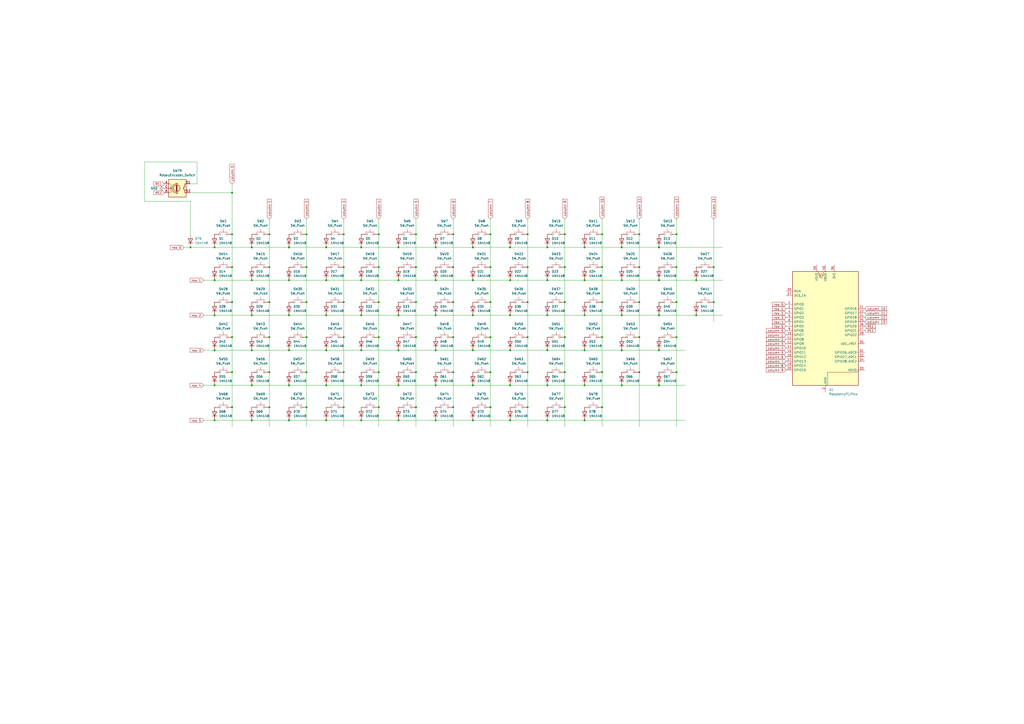
<source format=kicad_sch>
(kicad_sch (version 20250114) (generator "eeschema") (generator_version "9.0")
  (paper "A2")
  (lib_symbols
    (symbol "Device:RotaryEncoder_Switch" (pin_names (offset 0.254) (hide yes))
      (property "Reference" "SW" (at 0 6.604 0))
      (property "Value" "RotaryEncoder_Switch" (at 0 -6.604 0))
      (symbol "RotaryEncoder_Switch_1_1"
        (pin passive line (at -7.62 2.54 0) (length 2.54) (name "A") (number "A"))
        (pin passive line (at -7.62 0 0) (length 2.54) (name "C") (number "C"))
        (pin passive line (at -7.62 -2.54 0) (length 2.54) (name "B") (number "B"))
        (pin passive line (at 7.62 2.54 180) (length 2.54) (name "S1") (number "S1"))
        (pin passive line (at 7.62 -2.54 180) (length 2.54) (name "S2") (number "S2"))
      )
    )
    (symbol "Diode:1N4148" (pin_numbers (hide yes)) (pin_names (hide yes))
      (property "Reference" "D" (at 0 2.54 0))
      (property "Value" "1N4148" (at 0 -2.54 0))
      (symbol "1N4148_1_1"
        (pin passive line (at -3.81 0 0) (length 2.54) (name "K") (number "1"))
        (pin passive line (at 3.81 0 180) (length 2.54) (name "A") (number "2"))
      )
    )
    (symbol "MCU_Module:RaspberryPi_Pico" (pin_names (offset 0.762))
      (property "Reference" "A" (at -19.05 35.56 0))
      (property "Value" "RaspberryPi_Pico" (at 7.62 35.56 0))
      (symbol "RaspberryPi_Pico_1_1"
        (pin passive line (at -22.86 22.86 0) (length 3.81) (name "RUN") (number "30"))
        (pin passive line (at -22.86 20.32 0) (length 3.81) (name "3V3_EN") (number "37"))
        (pin bidirectional line (at -22.86 15.24 0) (length 3.81) (name "GPIO0") (number "1"))
        (pin bidirectional line (at -22.86 12.7 0) (length 3.81) (name "GPIO1") (number "2"))
        (pin bidirectional line (at -22.86 10.16 0) (length 3.81) (name "GPIO2") (number "4"))
        (pin bidirectional line (at -22.86 7.62 0) (length 3.81) (name "GPIO3") (number "5"))
        (pin bidirectional line (at -22.86 5.08 0) (length 3.81) (name "GPIO4") (number "6"))
        (pin bidirectional line (at -22.86 2.54 0) (length 3.81) (name "GPIO5") (number "7"))
        (pin bidirectional line (at -22.86 0 0) (length 3.81) (name "GPIO6") (number "9"))
        (pin bidirectional line (at -22.86 -2.54 0) (length 3.81) (name "GPIO7") (number "10"))
        (pin bidirectional line (at -22.86 -5.08 0) (length 3.81) (name "GPIO8") (number "11"))
        (pin bidirectional line (at -22.86 -7.62 0) (length 3.81) (name "GPIO9") (number "12"))
        (pin bidirectional line (at -22.86 -10.16 0) (length 3.81) (name "GPIO10") (number "14"))
        (pin bidirectional line (at -22.86 -12.7 0) (length 3.81) (name "GPIO11") (number "15"))
        (pin bidirectional line (at -22.86 -15.24 0) (length 3.81) (name "GPIO12") (number "16"))
        (pin bidirectional line (at -22.86 -17.78 0) (length 3.81) (name "GPIO13") (number "17"))
        (pin bidirectional line (at -22.86 -20.32 0) (length 3.81) (name "GPIO14") (number "19"))
        (pin bidirectional line (at -22.86 -22.86 0) (length 3.81) (name "GPIO15") (number "20"))
        (pin power_in line (at -5.08 38.1 270) (length 3.81) (name "VSYS") (number "39"))
        (pin power_out line (at 0 38.1 270) (length 3.81) (name "VBUS") (number "40"))
        (pin passive line (at 0 -35.56 90) (length 3.81) (hide yes) (name "GND") (number "13"))
        (pin passive line (at 0 -35.56 90) (length 3.81) (hide yes) (name "GND") (number "18"))
        (pin passive line (at 0 -35.56 90) (length 3.81) (hide yes) (name "GND") (number "23"))
        (pin passive line (at 0 -35.56 90) (length 3.81) (hide yes) (name "GND") (number "28"))
        (pin power_out line (at 0 -35.56 90) (length 3.81) (name "GND") (number "3"))
        (pin passive line (at 0 -35.56 90) (length 3.81) (hide yes) (name "GND") (number "38"))
        (pin passive line (at 0 -35.56 90) (length 3.81) (hide yes) (name "GND") (number "8"))
        (pin power_out line (at 5.08 38.1 270) (length 3.81) (name "3V3") (number "36"))
        (pin bidirectional line (at 22.86 12.7 180) (length 3.81) (name "GPIO16") (number "21"))
        (pin bidirectional line (at 22.86 10.16 180) (length 3.81) (name "GPIO17") (number "22"))
        (pin bidirectional line (at 22.86 7.62 180) (length 3.81) (name "GPIO18") (number "24"))
        (pin bidirectional line (at 22.86 5.08 180) (length 3.81) (name "GPIO19") (number "25"))
        (pin bidirectional line (at 22.86 2.54 180) (length 3.81) (name "GPIO20") (number "26"))
        (pin bidirectional line (at 22.86 0 180) (length 3.81) (name "GPIO21") (number "27"))
        (pin bidirectional line (at 22.86 -2.54 180) (length 3.81) (name "GPIO22") (number "29"))
        (pin power_in line (at 22.86 -7.62 180) (length 3.81) (name "ADC_VREF") (number "35"))
        (pin bidirectional line (at 22.86 -12.7 180) (length 3.81) (name "GPIO26_ADC0") (number "31"))
        (pin bidirectional line (at 22.86 -15.24 180) (length 3.81) (name "GPIO27_ADC1") (number "32"))
        (pin bidirectional line (at 22.86 -17.78 180) (length 3.81) (name "GPIO28_ADC2") (number "34"))
        (pin power_out line (at 22.86 -22.86 180) (length 3.81) (name "AGND") (number "33"))
      )
    )
    (symbol "Switch:SW_Push" (pin_numbers (hide yes)) (pin_names (offset 1.016) (hide yes))
      (property "Reference" "SW" (at 1.27 2.54 0))
      (property "Value" "SW_Push" (at 0 -1.524 0))
      (symbol "SW_Push_0_1"
        (pin passive line (at -5.08 0 0) (length 2.54) (name "1") (number "1"))
        (pin passive line (at 5.08 0 180) (length 2.54) (name "2") (number "2"))
      )
    )
    (symbol "power:GND" (power) (pin_numbers (hide yes)) (pin_names (offset 0) (hide yes))
      (property "Value" "GND" (at 0 -3.81 0))
      (symbol "GND_1_1"
        (pin power_in line (at 0 0 270) (length 0) (name "~") (number "1"))
      )
    )
  )
  (junction (at 284.48 175.26))
  (junction (at 209.55 243.84))
  (junction (at 110.49 143.51))
  (junction (at 339.09 182.88))
  (junction (at 349.25 195.58))
  (junction (at 252.73 162.56))
  (junction (at 295.91 182.88))
  (junction (at 274.32 182.88))
  (junction (at 156.21 195.58))
  (junction (at 124.46 162.56))
  (junction (at 156.21 135.89))
  (junction (at 134.62 111.76))
  (junction (at 231.14 162.56))
  (junction (at 199.39 215.9))
  (junction (at 262.89 135.89))
  (junction (at 231.14 243.84))
  (junction (at 392.43 175.26))
  (junction (at 199.39 236.22))
  (junction (at 252.73 143.51))
  (junction (at 295.91 162.56))
  (junction (at 327.66 215.9))
  (junction (at 349.25 236.22))
  (junction (at 199.39 154.94))
  (junction (at 306.07 195.58))
  (junction (at 349.25 215.9))
  (junction (at 167.64 143.51))
  (junction (at 219.71 135.89))
  (junction (at 124.46 223.52))
  (junction (at 327.66 154.94))
  (junction (at 231.14 143.51))
  (junction (at 156.21 236.22))
  (junction (at 146.05 223.52))
  (junction (at 252.73 203.2))
  (junction (at 382.27 162.56))
  (junction (at 167.64 182.88))
  (junction (at 177.8 154.94))
  (junction (at 349.25 135.89))
  (junction (at 146.05 203.2))
  (junction (at 274.32 162.56))
  (junction (at 209.55 223.52))
  (junction (at 327.66 135.89))
  (junction (at 209.55 182.88))
  (junction (at 146.05 243.84))
  (junction (at 360.68 143.51))
  (junction (at 167.64 162.56))
  (junction (at 306.07 135.89))
  (junction (at 241.3 215.9))
  (junction (at 274.32 223.52))
  (junction (at 274.32 143.51))
  (junction (at 177.8 215.9))
  (junction (at 370.84 135.89))
  (junction (at 370.84 195.58))
  (junction (at 414.02 175.26))
  (junction (at 189.23 223.52))
  (junction (at 177.8 195.58))
  (junction (at 349.25 154.94))
  (junction (at 146.05 143.51))
  (junction (at 167.64 203.2))
  (junction (at 231.14 203.2))
  (junction (at 284.48 236.22))
  (junction (at 349.25 175.26))
  (junction (at 370.84 215.9))
  (junction (at 327.66 175.26))
  (junction (at 295.91 243.84))
  (junction (at 403.86 182.88))
  (junction (at 189.23 143.51))
  (junction (at 284.48 215.9))
  (junction (at 360.68 162.56))
  (junction (at 134.62 195.58))
  (junction (at 382.27 223.52))
  (junction (at 167.64 243.84))
  (junction (at 124.46 203.2))
  (junction (at 231.14 182.88))
  (junction (at 209.55 203.2))
  (junction (at 124.46 182.88))
  (junction (at 241.3 135.89))
  (junction (at 339.09 143.51))
  (junction (at 231.14 223.52))
  (junction (at 262.89 215.9))
  (junction (at 284.48 135.89))
  (junction (at 306.07 215.9))
  (junction (at 262.89 175.26))
  (junction (at 317.5 223.52))
  (junction (at 274.32 243.84))
  (junction (at 241.3 154.94))
  (junction (at 241.3 195.58))
  (junction (at 156.21 154.94))
  (junction (at 339.09 223.52))
  (junction (at 146.05 182.88))
  (junction (at 370.84 175.26))
  (junction (at 219.71 215.9))
  (junction (at 317.5 162.56))
  (junction (at 274.32 203.2))
  (junction (at 189.23 182.88))
  (junction (at 177.8 175.26))
  (junction (at 317.5 143.51))
  (junction (at 317.5 182.88))
  (junction (at 252.73 243.84))
  (junction (at 209.55 162.56))
  (junction (at 134.62 154.94))
  (junction (at 189.23 162.56))
  (junction (at 124.46 243.84))
  (junction (at 189.23 203.2))
  (junction (at 295.91 203.2))
  (junction (at 241.3 175.26))
  (junction (at 339.09 243.84))
  (junction (at 134.62 236.22))
  (junction (at 284.48 195.58))
  (junction (at 124.46 143.51))
  (junction (at 317.5 243.84))
  (junction (at 199.39 195.58))
  (junction (at 392.43 195.58))
  (junction (at 306.07 236.22))
  (junction (at 392.43 215.9))
  (junction (at 177.8 236.22))
  (junction (at 262.89 154.94))
  (junction (at 219.71 154.94))
  (junction (at 392.43 135.89))
  (junction (at 360.68 182.88))
  (junction (at 252.73 182.88))
  (junction (at 134.62 135.89))
  (junction (at 327.66 195.58))
  (junction (at 317.5 203.2))
  (junction (at 156.21 215.9))
  (junction (at 382.27 203.2))
  (junction (at 219.71 195.58))
  (junction (at 360.68 203.2))
  (junction (at 382.27 182.88))
  (junction (at 339.09 162.56))
  (junction (at 382.27 143.51))
  (junction (at 295.91 143.51))
  (junction (at 241.3 236.22))
  (junction (at 146.05 162.56))
  (junction (at 177.8 135.89))
  (junction (at 219.71 236.22))
  (junction (at 167.64 223.52))
  (junction (at 370.84 154.94))
  (junction (at 134.62 175.26))
  (junction (at 262.89 195.58))
  (junction (at 403.86 162.56))
  (junction (at 295.91 223.52))
  (junction (at 339.09 203.2))
  (junction (at 199.39 175.26))
  (junction (at 209.55 143.51))
  (junction (at 392.43 154.94))
  (junction (at 360.68 223.52))
  (junction (at 327.66 236.22))
  (junction (at 262.89 236.22))
  (junction (at 219.71 175.26))
  (junction (at 306.07 175.26))
  (junction (at 252.73 223.52))
  (junction (at 414.02 154.94))
  (junction (at 134.62 215.9))
  (junction (at 156.21 175.26))
  (junction (at 199.39 135.89))
  (junction (at 284.48 154.94))
  (junction (at 189.23 243.84))
  (junction (at 306.07 154.94))
  (wire (pts (xy 199.39 135.89) (xy 199.39 154.94)))
  (wire (pts (xy 349.25 175.26) (xy 349.25 195.58)))
  (wire (pts (xy 317.5 203.2) (xy 339.09 203.2)))
  (wire (pts (xy 124.46 223.52) (xy 146.05 223.52)))
  (wire (pts (xy 146.05 182.88) (xy 167.64 182.88)))
  (wire (pts (xy 382.27 203.2) (xy 397.51 203.2)))
  (wire (pts (xy 219.71 195.58) (xy 219.71 215.9)))
  (wire (pts (xy 349.25 135.89) (xy 349.25 154.94)))
  (wire (pts (xy 382.27 162.56) (xy 403.86 162.56)))
  (wire (pts (xy 110.49 116.84) (xy 83.82 116.84)))
  (wire (pts (xy 392.43 154.94) (xy 392.43 175.26)))
  (wire (pts (xy 146.05 143.51) (xy 167.64 143.51)))
  (wire (pts (xy 382.27 223.52) (xy 397.51 223.52)))
  (wire (pts (xy 339.09 243.84) (xy 397.51 243.84)))
  (wire (pts (xy 146.05 162.56) (xy 167.64 162.56)))
  (wire (pts (xy 241.3 127) (xy 241.3 135.89)))
  (wire (pts (xy 360.68 203.2) (xy 382.27 203.2)))
  (wire (pts (xy 414.02 154.94) (xy 414.02 175.26)))
  (wire (pts (xy 189.23 182.88) (xy 209.55 182.88)))
  (wire (pts (xy 106.68 143.51) (xy 110.49 143.51)))
  (wire (pts (xy 199.39 236.22) (xy 199.39 247.65)))
  (wire (pts (xy 156.21 175.26) (xy 156.21 195.58)))
  (wire (pts (xy 156.21 154.94) (xy 156.21 175.26)))
  (wire (pts (xy 306.07 195.58) (xy 306.07 215.9)))
  (wire (pts (xy 370.84 135.89) (xy 370.84 154.94)))
  (wire (pts (xy 317.5 182.88) (xy 339.09 182.88)))
  (wire (pts (xy 167.64 182.88) (xy 189.23 182.88)))
  (wire (pts (xy 252.73 182.88) (xy 274.32 182.88)))
  (wire (pts (xy 241.3 215.9) (xy 241.3 236.22)))
  (wire (pts (xy 382.27 143.51) (xy 419.1 143.51)))
  (wire (pts (xy 231.14 143.51) (xy 252.73 143.51)))
  (wire (pts (xy 370.84 175.26) (xy 370.84 195.58)))
  (wire (pts (xy 189.23 243.84) (xy 209.55 243.84)))
  (wire (pts (xy 370.84 215.9) (xy 370.84 247.65)))
  (wire (pts (xy 124.46 203.2) (xy 146.05 203.2)))
  (wire (pts (xy 219.71 127) (xy 219.71 135.89)))
  (wire (pts (xy 156.21 135.89) (xy 156.21 154.94)))
  (wire (pts (xy 118.11 203.2) (xy 124.46 203.2)))
  (wire (pts (xy 327.66 215.9) (xy 327.66 236.22)))
  (wire (pts (xy 146.05 243.84) (xy 167.64 243.84)))
  (wire (pts (xy 134.62 236.22) (xy 134.62 247.65)))
  (wire (pts (xy 231.14 182.88) (xy 252.73 182.88)))
  (wire (pts (xy 252.73 243.84) (xy 274.32 243.84)))
  (wire (pts (xy 317.5 223.52) (xy 339.09 223.52)))
  (wire (pts (xy 392.43 175.26) (xy 392.43 195.58)))
  (wire (pts (xy 349.25 127) (xy 349.25 135.89)))
  (wire (pts (xy 124.46 182.88) (xy 146.05 182.88)))
  (wire (pts (xy 284.48 195.58) (xy 284.48 215.9)))
  (wire (pts (xy 306.07 127) (xy 306.07 135.89)))
  (wire (pts (xy 134.62 111.76) (xy 134.62 135.89)))
  (wire (pts (xy 219.71 154.94) (xy 219.71 175.26)))
  (wire (pts (xy 114.3 106.68) (xy 110.49 106.68)))
  (wire (pts (xy 219.71 175.26) (xy 219.71 195.58)))
  (wire (pts (xy 156.21 195.58) (xy 156.21 215.9)))
  (wire (pts (xy 274.32 223.52) (xy 295.91 223.52)))
  (wire (pts (xy 199.39 154.94) (xy 199.39 175.26)))
  (wire (pts (xy 146.05 203.2) (xy 167.64 203.2)))
  (wire (pts (xy 167.64 203.2) (xy 189.23 203.2)))
  (wire (pts (xy 295.91 243.84) (xy 317.5 243.84)))
  (wire (pts (xy 339.09 182.88) (xy 360.68 182.88)))
  (wire (pts (xy 327.66 135.89) (xy 327.66 154.94)))
  (wire (pts (xy 189.23 162.56) (xy 209.55 162.56)))
  (wire (pts (xy 241.3 195.58) (xy 241.3 215.9)))
  (wire (pts (xy 110.49 111.76) (xy 134.62 111.76)))
  (wire (pts (xy 306.07 215.9) (xy 306.07 236.22)))
  (wire (pts (xy 231.14 243.84) (xy 252.73 243.84)))
  (wire (pts (xy 177.8 135.89) (xy 177.8 154.94)))
  (wire (pts (xy 177.8 195.58) (xy 177.8 215.9)))
  (wire (pts (xy 231.14 223.52) (xy 252.73 223.52)))
  (wire (pts (xy 199.39 175.26) (xy 199.39 195.58)))
  (wire (pts (xy 177.8 154.94) (xy 177.8 175.26)))
  (wire (pts (xy 327.66 195.58) (xy 327.66 215.9)))
  (wire (pts (xy 370.84 154.94) (xy 370.84 175.26)))
  (wire (pts (xy 241.3 154.94) (xy 241.3 175.26)))
  (wire (pts (xy 349.25 195.58) (xy 349.25 215.9)))
  (wire (pts (xy 284.48 175.26) (xy 284.48 195.58)))
  (wire (pts (xy 134.62 175.26) (xy 134.62 195.58)))
  (wire (pts (xy 124.46 143.51) (xy 146.05 143.51)))
  (wire (pts (xy 177.8 127) (xy 177.8 135.89)))
  (wire (pts (xy 370.84 127) (xy 370.84 135.89)))
  (wire (pts (xy 327.66 154.94) (xy 327.66 175.26)))
  (wire (pts (xy 295.91 143.51) (xy 317.5 143.51)))
  (wire (pts (xy 199.39 195.58) (xy 199.39 215.9)))
  (wire (pts (xy 339.09 223.52) (xy 360.68 223.52)))
  (wire (pts (xy 231.14 162.56) (xy 252.73 162.56)))
  (wire (pts (xy 349.25 154.94) (xy 349.25 175.26)))
  (wire (pts (xy 414.02 175.26) (xy 414.02 186.69)))
  (wire (pts (xy 146.05 223.52) (xy 167.64 223.52)))
  (wire (pts (xy 219.71 215.9) (xy 219.71 236.22)))
  (wire (pts (xy 209.55 243.84) (xy 231.14 243.84)))
  (wire (pts (xy 118.11 162.56) (xy 124.46 162.56)))
  (wire (pts (xy 118.11 243.84) (xy 124.46 243.84)))
  (wire (pts (xy 284.48 154.94) (xy 284.48 175.26)))
  (wire (pts (xy 118.11 182.88) (xy 124.46 182.88)))
  (wire (pts (xy 392.43 135.89) (xy 392.43 154.94)))
  (wire (pts (xy 252.73 162.56) (xy 274.32 162.56)))
  (wire (pts (xy 360.68 223.52) (xy 382.27 223.52)))
  (wire (pts (xy 110.49 116.84) (xy 110.49 135.89)))
  (wire (pts (xy 317.5 162.56) (xy 339.09 162.56)))
  (wire (pts (xy 177.8 215.9) (xy 177.8 236.22)))
  (wire (pts (xy 241.3 236.22) (xy 241.3 247.65)))
  (wire (pts (xy 209.55 162.56) (xy 231.14 162.56)))
  (wire (pts (xy 274.32 243.84) (xy 295.91 243.84)))
  (wire (pts (xy 339.09 203.2) (xy 360.68 203.2)))
  (wire (pts (xy 360.68 182.88) (xy 382.27 182.88)))
  (wire (pts (xy 339.09 143.51) (xy 360.68 143.51)))
  (wire (pts (xy 306.07 175.26) (xy 306.07 195.58)))
  (wire (pts (xy 317.5 143.51) (xy 339.09 143.51)))
  (wire (pts (xy 317.5 243.84) (xy 339.09 243.84)))
  (wire (pts (xy 370.84 195.58) (xy 370.84 215.9)))
  (wire (pts (xy 252.73 203.2) (xy 274.32 203.2)))
  (wire (pts (xy 306.07 236.22) (xy 306.07 247.65)))
  (wire (pts (xy 262.89 135.89) (xy 262.89 154.94)))
  (wire (pts (xy 284.48 215.9) (xy 284.48 236.22)))
  (wire (pts (xy 114.3 93.98) (xy 114.3 106.68)))
  (wire (pts (xy 189.23 143.51) (xy 209.55 143.51)))
  (wire (pts (xy 209.55 182.88) (xy 231.14 182.88)))
  (wire (pts (xy 274.32 143.51) (xy 295.91 143.51)))
  (wire (pts (xy 83.82 93.98) (xy 114.3 93.98)))
  (wire (pts (xy 252.73 223.52) (xy 274.32 223.52)))
  (wire (pts (xy 262.89 236.22) (xy 262.89 247.65)))
  (wire (pts (xy 199.39 215.9) (xy 199.39 236.22)))
  (wire (pts (xy 167.64 162.56) (xy 189.23 162.56)))
  (wire (pts (xy 209.55 203.2) (xy 231.14 203.2)))
  (wire (pts (xy 262.89 175.26) (xy 262.89 195.58)))
  (wire (pts (xy 360.68 143.51) (xy 382.27 143.51)))
  (wire (pts (xy 156.21 236.22) (xy 156.21 247.65)))
  (wire (pts (xy 295.91 182.88) (xy 317.5 182.88)))
  (wire (pts (xy 118.11 223.52) (xy 124.46 223.52)))
  (wire (pts (xy 349.25 215.9) (xy 349.25 236.22)))
  (wire (pts (xy 295.91 162.56) (xy 317.5 162.56)))
  (wire (pts (xy 306.07 154.94) (xy 306.07 175.26)))
  (wire (pts (xy 156.21 215.9) (xy 156.21 236.22)))
  (wire (pts (xy 167.64 223.52) (xy 189.23 223.52)))
  (wire (pts (xy 382.27 182.88) (xy 403.86 182.88)))
  (wire (pts (xy 262.89 127) (xy 262.89 135.89)))
  (wire (pts (xy 295.91 223.52) (xy 317.5 223.52)))
  (wire (pts (xy 189.23 203.2) (xy 209.55 203.2)))
  (wire (pts (xy 274.32 182.88) (xy 295.91 182.88)))
  (wire (pts (xy 134.62 195.58) (xy 134.62 215.9)))
  (wire (pts (xy 199.39 127) (xy 199.39 135.89)))
  (wire (pts (xy 167.64 143.51) (xy 189.23 143.51)))
  (wire (pts (xy 349.25 236.22) (xy 349.25 247.65)))
  (wire (pts (xy 327.66 127) (xy 327.66 135.89)))
  (wire (pts (xy 177.8 175.26) (xy 177.8 195.58)))
  (wire (pts (xy 219.71 135.89) (xy 219.71 154.94)))
  (wire (pts (xy 392.43 127) (xy 392.43 135.89)))
  (wire (pts (xy 134.62 154.94) (xy 134.62 175.26)))
  (wire (pts (xy 110.49 143.51) (xy 124.46 143.51)))
  (wire (pts (xy 134.62 106.68) (xy 134.62 111.76)))
  (wire (pts (xy 262.89 195.58) (xy 262.89 215.9)))
  (wire (pts (xy 241.3 175.26) (xy 241.3 195.58)))
  (wire (pts (xy 124.46 243.84) (xy 146.05 243.84)))
  (wire (pts (xy 241.3 135.89) (xy 241.3 154.94)))
  (wire (pts (xy 360.68 162.56) (xy 382.27 162.56)))
  (wire (pts (xy 219.71 236.22) (xy 219.71 247.65)))
  (wire (pts (xy 327.66 236.22) (xy 327.66 247.65)))
  (wire (pts (xy 306.07 135.89) (xy 306.07 154.94)))
  (wire (pts (xy 134.62 215.9) (xy 134.62 236.22)))
  (wire (pts (xy 274.32 162.56) (xy 295.91 162.56)))
  (wire (pts (xy 177.8 236.22) (xy 177.8 247.65)))
  (wire (pts (xy 414.02 127) (xy 414.02 154.94)))
  (wire (pts (xy 209.55 143.51) (xy 231.14 143.51)))
  (wire (pts (xy 124.46 162.56) (xy 146.05 162.56)))
  (wire (pts (xy 392.43 195.58) (xy 392.43 215.9)))
  (wire (pts (xy 252.73 143.51) (xy 274.32 143.51)))
  (wire (pts (xy 134.62 135.89) (xy 134.62 154.94)))
  (wire (pts (xy 209.55 223.52) (xy 231.14 223.52)))
  (wire (pts (xy 284.48 135.89) (xy 284.48 154.94)))
  (wire (pts (xy 189.23 223.52) (xy 209.55 223.52)))
  (wire (pts (xy 339.09 162.56) (xy 360.68 162.56)))
  (wire (pts (xy 403.86 182.88) (xy 419.1 182.88)))
  (wire (pts (xy 262.89 154.94) (xy 262.89 175.26)))
  (wire (pts (xy 403.86 162.56) (xy 419.1 162.56)))
  (wire (pts (xy 83.82 116.84) (xy 83.82 93.98)))
  (wire (pts (xy 167.64 243.84) (xy 189.23 243.84)))
  (wire (pts (xy 156.21 127) (xy 156.21 135.89)))
  (wire (pts (xy 392.43 215.9) (xy 392.43 247.65)))
  (wire (pts (xy 231.14 203.2) (xy 252.73 203.2)))
  (wire (pts (xy 327.66 175.26) (xy 327.66 195.58)))
  (wire (pts (xy 284.48 127) (xy 284.48 135.89)))
  (wire (pts (xy 274.32 203.2) (xy 295.91 203.2)))
  (wire (pts (xy 295.91 203.2) (xy 317.5 203.2)))
  (wire (pts (xy 284.48 236.22) (xy 284.48 247.65)))
  (wire (pts (xy 262.89 215.9) (xy 262.89 236.22)))
  (global_label "column 6" (shape input) (at 262.89 127 90) (property "Intersheetrefs" "${INTERSHEET_REFS}" (effects (hide yes))))
  (global_label "column 3" (shape input) (at 455.93 199.39 180) (property "Intersheetrefs" "${INTERSHEET_REFS}" (effects (hide yes))))
  (global_label "row 4" (shape input) (at 118.11 223.52 180) (property "Intersheetrefs" "${INTERSHEET_REFS}" (effects (hide yes))))
  (global_label "column 2" (shape input) (at 177.8 127 90) (property "Intersheetrefs" "${INTERSHEET_REFS}" (effects (hide yes))))
  (global_label "row 2" (shape input) (at 455.93 181.61 180) (property "Intersheetrefs" "${INTERSHEET_REFS}" (effects (hide yes))))
  (global_label "column 8" (shape input) (at 455.93 212.09 180) (property "Intersheetrefs" "${INTERSHEET_REFS}" (effects (hide yes))))
  (global_label "column 8" (shape input) (at 306.07 127 90) (property "Intersheetrefs" "${INTERSHEET_REFS}" (effects (hide yes))))
  (global_label "row 5" (shape input) (at 455.93 189.23 180) (property "Intersheetrefs" "${INTERSHEET_REFS}" (effects (hide yes))))
  (global_label "column 12" (shape input) (at 392.43 127 90) (property "Intersheetrefs" "${INTERSHEET_REFS}" (effects (hide yes))))
  (global_label "column 5" (shape input) (at 455.93 204.47 180) (property "Intersheetrefs" "${INTERSHEET_REFS}" (effects (hide yes))))
  (global_label "row 0" (shape input) (at 455.93 176.53 180) (property "Intersheetrefs" "${INTERSHEET_REFS}" (effects (hide yes))))
  (global_label "row 3" (shape input) (at 118.11 203.2 180) (property "Intersheetrefs" "${INTERSHEET_REFS}" (effects (hide yes))))
  (global_label "column 4" (shape input) (at 219.71 127 90) (property "Intersheetrefs" "${INTERSHEET_REFS}" (effects (hide yes))))
  (global_label "column 4" (shape input) (at 455.93 201.93 180) (property "Intersheetrefs" "${INTERSHEET_REFS}" (effects (hide yes))))
  (global_label "RE1" (shape input) (at 501.65 189.23 0) (property "Intersheetrefs" "${INTERSHEET_REFS}" (effects (hide yes))))
  (global_label "RE2" (shape input) (at 501.65 191.77 0) (property "Intersheetrefs" "${INTERSHEET_REFS}" (effects (hide yes))))
  (global_label "column 10" (shape input) (at 501.65 179.07 0) (property "Intersheetrefs" "${INTERSHEET_REFS}" (effects (hide yes))))
  (global_label "row 5" (shape input) (at 118.11 243.84 180) (property "Intersheetrefs" "${INTERSHEET_REFS}" (effects (hide yes))))
  (global_label "column 0" (shape input) (at 134.62 106.68 90) (property "Intersheetrefs" "${INTERSHEET_REFS}" (effects (hide yes))))
  (global_label "column 0" (shape input) (at 455.93 191.77 180) (property "Intersheetrefs" "${INTERSHEET_REFS}" (effects (hide yes))))
  (global_label "row 1" (shape input) (at 118.11 162.56 180) (property "Intersheetrefs" "${INTERSHEET_REFS}" (effects (hide yes))))
  (global_label "column 1" (shape input) (at 156.21 127 90) (property "Intersheetrefs" "${INTERSHEET_REFS}" (effects (hide yes))))
  (global_label "column 13" (shape input) (at 501.65 186.69 0) (property "Intersheetrefs" "${INTERSHEET_REFS}" (effects (hide yes))))
  (global_label "row 4" (shape input) (at 455.93 186.69 180) (property "Intersheetrefs" "${INTERSHEET_REFS}" (effects (hide yes))))
  (global_label "row 1" (shape input) (at 455.93 179.07 180) (property "Intersheetrefs" "${INTERSHEET_REFS}" (effects (hide yes))))
  (global_label "row 0" (shape input) (at 106.68 143.51 180) (property "Intersheetrefs" "${INTERSHEET_REFS}" (effects (hide yes))))
  (global_label "column 2" (shape input) (at 455.93 196.85 180) (property "Intersheetrefs" "${INTERSHEET_REFS}" (effects (hide yes))))
  (global_label "RE2" (shape input) (at 95.25 111.76 180) (property "Intersheetrefs" "${INTERSHEET_REFS}" (effects (hide yes))))
  (global_label "column 12" (shape input) (at 501.65 184.15 0) (property "Intersheetrefs" "${INTERSHEET_REFS}" (effects (hide yes))))
  (global_label "column 10" (shape input) (at 349.25 127 90) (property "Intersheetrefs" "${INTERSHEET_REFS}" (effects (hide yes))))
  (global_label "column 7" (shape input) (at 284.48 127 90) (property "Intersheetrefs" "${INTERSHEET_REFS}" (effects (hide yes))))
  (global_label "column 11" (shape input) (at 370.84 127 90) (property "Intersheetrefs" "${INTERSHEET_REFS}" (effects (hide yes))))
  (global_label "column 5" (shape input) (at 241.3 127 90) (property "Intersheetrefs" "${INTERSHEET_REFS}" (effects (hide yes))))
  (global_label "column 13" (shape input) (at 414.02 127 90) (property "Intersheetrefs" "${INTERSHEET_REFS}" (effects (hide yes))))
  (global_label "row 2" (shape input) (at 118.11 182.88 180) (property "Intersheetrefs" "${INTERSHEET_REFS}" (effects (hide yes))))
  (global_label "column 3" (shape input) (at 199.39 127 90) (property "Intersheetrefs" "${INTERSHEET_REFS}" (effects (hide yes))))
  (global_label "column 9" (shape input) (at 327.66 127 90) (property "Intersheetrefs" "${INTERSHEET_REFS}" (effects (hide yes))))
  (global_label "column 11" (shape input) (at 501.65 181.61 0) (property "Intersheetrefs" "${INTERSHEET_REFS}" (effects (hide yes))))
  (global_label "column 6" (shape input) (at 455.93 207.01 180) (property "Intersheetrefs" "${INTERSHEET_REFS}" (effects (hide yes))))
  (global_label "column 1" (shape input) (at 455.93 194.31 180) (property "Intersheetrefs" "${INTERSHEET_REFS}" (effects (hide yes))))
  (global_label "RE1" (shape input) (at 95.25 106.68 180) (property "Intersheetrefs" "${INTERSHEET_REFS}" (effects (hide yes))))
  (global_label "row 3" (shape input) (at 455.93 184.15 180) (property "Intersheetrefs" "${INTERSHEET_REFS}" (effects (hide yes))))
  (global_label "column 9" (shape input) (at 455.93 214.63 180) (property "Intersheetrefs" "${INTERSHEET_REFS}" (effects (hide yes))))
  (global_label "column 7" (shape input) (at 455.93 209.55 180) (property "Intersheetrefs" "${INTERSHEET_REFS}" (effects (hide yes))))
  (symbol (lib_id "Switch:SW_Push") (at 129.54 236.22 0) (unit 1)
    (property "Reference" "SW68" (at 129.54 228.6 0))
    (property "Value" "SW_Push" (at 129.54 231.14 0))
    (property "Footprint" "Button_Switch_Keyboard:SW_Cherry_MX_1.25u_PCB" (effects (hide yes)))
    (property "Description" "Push button switch, generic, two pins" (effects (hide yes)))
  )
  (symbol (lib_id "Diode:1N4148") (at 146.05 240.03 90) (unit 1)
    (property "Reference" "D69" (at 148.59 238.7599 90) (effects (justify right)))
    (property "Value" "1N4148" (at 148.59 241.2999 90) (effects (justify right)))
    (property "Footprint" "Diode_THT:D_DO-35_SOD27_P7.62mm_Horizontal" (effects (hide yes)))
    (property "Datasheet" "https://assets.nexperia.com/documents/data-sheet/1N4148_1N4448.pdf" (effects (hide yes)))
    (property "Description" "100V 0.15A standard switching diode, DO-35" (effects (hide yes)))
    (property "Sim.Device" "D" (effects (hide yes)))
    (property "Sim.Pins" "1=K 2=A" (effects (hide yes)))
  )
  (symbol (lib_id "Diode:1N4148") (at 339.09 199.39 90) (unit 1)
    (property "Reference" "D52" (at 341.63 198.1199 90) (effects (justify right)))
    (property "Value" "1N4148" (at 341.63 200.6599 90) (effects (justify right)))
    (property "Footprint" "Diode_THT:D_DO-35_SOD27_P7.62mm_Horizontal" (effects (hide yes)))
    (property "Datasheet" "https://assets.nexperia.com/documents/data-sheet/1N4148_1N4448.pdf" (effects (hide yes)))
    (property "Description" "100V 0.15A standard switching diode, DO-35" (effects (hide yes)))
    (property "Sim.Device" "D" (effects (hide yes)))
    (property "Sim.Pins" "1=K 2=A" (effects (hide yes)))
  )
  (symbol (lib_id "Switch:SW_Push") (at 322.58 175.26 0) (unit 1)
    (property "Reference" "SW37" (at 322.58 167.64 0))
    (property "Value" "SW_Push" (at 322.58 170.18 0))
    (property "Footprint" "Button_Switch_Keyboard:SW_Cherry_MX_1.00u_PCB" (effects (hide yes)))
    (property "Description" "Push button switch, generic, two pins" (effects (hide yes)))
  )
  (symbol (lib_id "Diode:1N4148") (at 382.27 179.07 90) (unit 1)
    (property "Reference" "D40" (at 384.81 177.7999 90) (effects (justify right)))
    (property "Value" "1N4148" (at 384.81 180.3399 90) (effects (justify right)))
    (property "Footprint" "Diode_THT:D_DO-35_SOD27_P7.62mm_Horizontal" (effects (hide yes)))
    (property "Datasheet" "https://assets.nexperia.com/documents/data-sheet/1N4148_1N4448.pdf" (effects (hide yes)))
    (property "Description" "100V 0.15A standard switching diode, DO-35" (effects (hide yes)))
    (property "Sim.Device" "D" (effects (hide yes)))
    (property "Sim.Pins" "1=K 2=A" (effects (hide yes)))
  )
  (symbol (lib_id "Switch:SW_Push") (at 194.31 154.94 0) (unit 1)
    (property "Reference" "SW17" (at 194.31 147.32 0))
    (property "Value" "SW_Push" (at 194.31 149.86 0))
    (property "Footprint" "Button_Switch_Keyboard:SW_Cherry_MX_1.00u_PCB" (effects (hide yes)))
    (property "Description" "Push button switch, generic, two pins" (effects (hide yes)))
  )
  (symbol (lib_id "Switch:SW_Push") (at 214.63 236.22 0) (unit 1)
    (property "Reference" "SW72" (at 214.63 228.6 0))
    (property "Value" "SW_Push" (at 214.63 231.14 0))
    (property "Footprint" "Button_Switch_Keyboard:SW_Cherry_MX_1.25u_PCB" (effects (hide yes)))
    (property "Description" "Push button switch, generic, two pins" (effects (hide yes)))
  )
  (symbol (lib_id "Diode:1N4148") (at 252.73 219.71 90) (unit 1)
    (property "Reference" "D61" (at 255.27 218.4399 90) (effects (justify right)))
    (property "Value" "1N4148" (at 255.27 220.9799 90) (effects (justify right)))
    (property "Footprint" "Diode_THT:D_DO-35_SOD27_P7.62mm_Horizontal" (effects (hide yes)))
    (property "Datasheet" "https://assets.nexperia.com/documents/data-sheet/1N4148_1N4448.pdf" (effects (hide yes)))
    (property "Description" "100V 0.15A standard switching diode, DO-35" (effects (hide yes)))
    (property "Sim.Device" "D" (effects (hide yes)))
    (property "Sim.Pins" "1=K 2=A" (effects (hide yes)))
  )
  (symbol (lib_id "Switch:SW_Push") (at 151.13 175.26 0) (unit 1)
    (property "Reference" "SW29" (at 151.13 167.64 0))
    (property "Value" "SW_Push" (at 151.13 170.18 0))
    (property "Footprint" "Button_Switch_Keyboard:SW_Cherry_MX_1.00u_PCB" (effects (hide yes)))
    (property "Description" "Push button switch, generic, two pins" (effects (hide yes)))
  )
  (symbol (lib_id "Switch:SW_Push") (at 279.4 236.22 0) (unit 1)
    (property "Reference" "SW75" (at 279.4 228.6 0))
    (property "Value" "SW_Push" (at 279.4 231.14 0))
    (property "Footprint" "Button_Switch_Keyboard:SW_Cherry_MX_1.25u_PCB" (effects (hide yes)))
    (property "Description" "Push button switch, generic, two pins" (effects (hide yes)))
  )
  (symbol (lib_id "Diode:1N4148") (at 295.91 219.71 90) (unit 1)
    (property "Reference" "D63" (at 298.45 218.4399 90) (effects (justify right)))
    (property "Value" "1N4148" (at 298.45 220.9799 90) (effects (justify right)))
    (property "Footprint" "Diode_THT:D_DO-35_SOD27_P7.62mm_Horizontal" (effects (hide yes)))
    (property "Datasheet" "https://assets.nexperia.com/documents/data-sheet/1N4148_1N4448.pdf" (effects (hide yes)))
    (property "Description" "100V 0.15A standard switching diode, DO-35" (effects (hide yes)))
    (property "Sim.Device" "D" (effects (hide yes)))
    (property "Sim.Pins" "1=K 2=A" (effects (hide yes)))
  )
  (symbol (lib_id "Diode:1N4148") (at 209.55 179.07 90) (unit 1)
    (property "Reference" "D32" (at 212.09 177.7999 90) (effects (justify right)))
    (property "Value" "1N4148" (at 212.09 180.3399 90) (effects (justify right)))
    (property "Footprint" "Diode_THT:D_DO-35_SOD27_P7.62mm_Horizontal" (effects (hide yes)))
    (property "Datasheet" "https://assets.nexperia.com/documents/data-sheet/1N4148_1N4448.pdf" (effects (hide yes)))
    (property "Description" "100V 0.15A standard switching diode, DO-35" (effects (hide yes)))
    (property "Sim.Device" "D" (effects (hide yes)))
    (property "Sim.Pins" "1=K 2=A" (effects (hide yes)))
  )
  (symbol (lib_id "Switch:SW_Push") (at 300.99 154.94 0) (unit 1)
    (property "Reference" "SW22" (at 300.99 147.32 0))
    (property "Value" "SW_Push" (at 300.99 149.86 0))
    (property "Footprint" "Button_Switch_Keyboard:SW_Cherry_MX_1.00u_PCB" (effects (hide yes)))
    (property "Description" "Push button switch, generic, two pins" (effects (hide yes)))
  )
  (symbol (lib_id "Diode:1N4148") (at 274.32 179.07 90) (unit 1)
    (property "Reference" "D35" (at 276.86 177.7999 90) (effects (justify right)))
    (property "Value" "1N4148" (at 276.86 180.3399 90) (effects (justify right)))
    (property "Footprint" "Diode_THT:D_DO-35_SOD27_P7.62mm_Horizontal" (effects (hide yes)))
    (property "Datasheet" "https://assets.nexperia.com/documents/data-sheet/1N4148_1N4448.pdf" (effects (hide yes)))
    (property "Description" "100V 0.15A standard switching diode, DO-35" (effects (hide yes)))
    (property "Sim.Device" "D" (effects (hide yes)))
    (property "Sim.Pins" "1=K 2=A" (effects (hide yes)))
  )
  (symbol (lib_id "Switch:SW_Push") (at 344.17 154.94 0) (unit 1)
    (property "Reference" "SW24" (at 344.17 147.32 0))
    (property "Value" "SW_Push" (at 344.17 149.86 0))
    (property "Footprint" "Button_Switch_Keyboard:SW_Cherry_MX_1.00u_PCB" (effects (hide yes)))
    (property "Description" "Push button switch, generic, two pins" (effects (hide yes)))
  )
  (symbol (lib_id "Diode:1N4148") (at 167.64 199.39 90) (unit 1)
    (property "Reference" "D44" (at 170.18 198.1199 90) (effects (justify right)))
    (property "Value" "1N4148" (at 170.18 200.6599 90) (effects (justify right)))
    (property "Footprint" "Diode_THT:D_DO-35_SOD27_P7.62mm_Horizontal" (effects (hide yes)))
    (property "Datasheet" "https://assets.nexperia.com/documents/data-sheet/1N4148_1N4448.pdf" (effects (hide yes)))
    (property "Description" "100V 0.15A standard switching diode, DO-35" (effects (hide yes)))
    (property "Sim.Device" "D" (effects (hide yes)))
    (property "Sim.Pins" "1=K 2=A" (effects (hide yes)))
  )
  (symbol (lib_id "Switch:SW_Push") (at 279.4 175.26 0) (unit 1)
    (property "Reference" "SW35" (at 279.4 167.64 0))
    (property "Value" "SW_Push" (at 279.4 170.18 0))
    (property "Footprint" "Button_Switch_Keyboard:SW_Cherry_MX_1.00u_PCB" (effects (hide yes)))
    (property "Description" "Push button switch, generic, two pins" (effects (hide yes)))
  )
  (symbol (lib_id "Diode:1N4148") (at 189.23 179.07 90) (unit 1)
    (property "Reference" "D31" (at 191.77 177.7999 90) (effects (justify right)))
    (property "Value" "1N4148" (at 191.77 180.3399 90) (effects (justify right)))
    (property "Footprint" "Diode_THT:D_DO-35_SOD27_P7.62mm_Horizontal" (effects (hide yes)))
    (property "Datasheet" "https://assets.nexperia.com/documents/data-sheet/1N4148_1N4448.pdf" (effects (hide yes)))
    (property "Description" "100V 0.15A standard switching diode, DO-35" (effects (hide yes)))
    (property "Sim.Device" "D" (effects (hide yes)))
    (property "Sim.Pins" "1=K 2=A" (effects (hide yes)))
  )
  (symbol (lib_id "Switch:SW_Push") (at 344.17 236.22 0) (unit 1)
    (property "Reference" "SW78" (at 344.17 228.6 0))
    (property "Value" "SW_Push" (at 344.17 231.14 0))
    (property "Footprint" "Button_Switch_Keyboard:SW_Cherry_MX_1.00u_PCB" (effects (hide yes)))
    (property "Description" "Push button switch, generic, two pins" (effects (hide yes)))
  )
  (symbol (lib_id "Switch:SW_Push") (at 279.4 135.89 0) (unit 1)
    (property "Reference" "SW8" (at 279.4 128.27 0))
    (property "Value" "SW_Push" (at 279.4 130.81 0))
    (property "Footprint" "Button_Switch_Keyboard:SW_Cherry_MX_1.00u_PCB" (effects (hide yes)))
    (property "Description" "Push button switch, generic, two pins" (effects (hide yes)))
  )
  (symbol (lib_id "Switch:SW_Push") (at 257.81 195.58 0) (unit 1)
    (property "Reference" "SW48" (at 257.81 187.96 0))
    (property "Value" "SW_Push" (at 257.81 190.5 0))
    (property "Footprint" "Button_Switch_Keyboard:SW_Cherry_MX_1.00u_PCB" (effects (hide yes)))
    (property "Description" "Push button switch, generic, two pins" (effects (hide yes)))
  )
  (symbol (lib_id "Diode:1N4148") (at 124.46 240.03 90) (unit 1)
    (property "Reference" "D68" (at 127 238.7599 90) (effects (justify right)))
    (property "Value" "1N4148" (at 127 241.2999 90) (effects (justify right)))
    (property "Footprint" "Diode_THT:D_DO-35_SOD27_P7.62mm_Horizontal" (effects (hide yes)))
    (property "Datasheet" "https://assets.nexperia.com/documents/data-sheet/1N4148_1N4448.pdf" (effects (hide yes)))
    (property "Description" "100V 0.15A standard switching diode, DO-35" (effects (hide yes)))
    (property "Sim.Device" "D" (effects (hide yes)))
    (property "Sim.Pins" "1=K 2=A" (effects (hide yes)))
  )
  (symbol (lib_id "Diode:1N4148") (at 360.68 199.39 90) (unit 1)
    (property "Reference" "D53" (at 363.22 198.1199 90) (effects (justify right)))
    (property "Value" "1N4148" (at 363.22 200.6599 90) (effects (justify right)))
    (property "Footprint" "Diode_THT:D_DO-35_SOD27_P7.62mm_Horizontal" (effects (hide yes)))
    (property "Datasheet" "https://assets.nexperia.com/documents/data-sheet/1N4148_1N4448.pdf" (effects (hide yes)))
    (property "Description" "100V 0.15A standard switching diode, DO-35" (effects (hide yes)))
    (property "Sim.Device" "D" (effects (hide yes)))
    (property "Sim.Pins" "1=K 2=A" (effects (hide yes)))
  )
  (symbol (lib_id "Switch:SW_Push") (at 344.17 175.26 0) (unit 1)
    (property "Reference" "SW38" (at 344.17 167.64 0))
    (property "Value" "SW_Push" (at 344.17 170.18 0))
    (property "Footprint" "Button_Switch_Keyboard:SW_Cherry_MX_1.00u_PCB" (effects (hide yes)))
    (property "Description" "Push button switch, generic, two pins" (effects (hide yes)))
  )
  (symbol (lib_id "Switch:SW_Push") (at 344.17 135.89 0) (unit 1)
    (property "Reference" "SW11" (at 344.17 128.27 0))
    (property "Value" "SW_Push" (at 344.17 130.81 0))
    (property "Footprint" "Button_Switch_Keyboard:SW_Cherry_MX_1.00u_PCB" (effects (hide yes)))
    (property "Description" "Push button switch, generic, two pins" (effects (hide yes)))
  )
  (symbol (lib_id "Diode:1N4148") (at 274.32 240.03 90) (unit 1)
    (property "Reference" "D75" (at 276.86 238.7599 90) (effects (justify right)))
    (property "Value" "1N4148" (at 276.86 241.2999 90) (effects (justify right)))
    (property "Footprint" "Diode_THT:D_DO-35_SOD27_P7.62mm_Horizontal" (effects (hide yes)))
    (property "Datasheet" "https://assets.nexperia.com/documents/data-sheet/1N4148_1N4448.pdf" (effects (hide yes)))
    (property "Description" "100V 0.15A standard switching diode, DO-35" (effects (hide yes)))
    (property "Sim.Device" "D" (effects (hide yes)))
    (property "Sim.Pins" "1=K 2=A" (effects (hide yes)))
  )
  (symbol (lib_id "Diode:1N4148") (at 295.91 158.75 90) (unit 1)
    (property "Reference" "D22" (at 298.45 157.4799 90) (effects (justify right)))
    (property "Value" "1N4148" (at 298.45 160.0199 90) (effects (justify right)))
    (property "Footprint" "Diode_THT:D_DO-35_SOD27_P7.62mm_Horizontal" (effects (hide yes)))
    (property "Datasheet" "https://assets.nexperia.com/documents/data-sheet/1N4148_1N4448.pdf" (effects (hide yes)))
    (property "Description" "100V 0.15A standard switching diode, DO-35" (effects (hide yes)))
    (property "Sim.Device" "D" (effects (hide yes)))
    (property "Sim.Pins" "1=K 2=A" (effects (hide yes)))
  )
  (symbol (lib_id "Switch:SW_Push") (at 365.76 135.89 0) (unit 1)
    (property "Reference" "SW12" (at 365.76 128.27 0))
    (property "Value" "SW_Push" (at 365.76 130.81 0))
    (property "Footprint" "Button_Switch_Keyboard:SW_Cherry_MX_1.00u_PCB" (effects (hide yes)))
    (property "Description" "Push button switch, generic, two pins" (effects (hide yes)))
  )
  (symbol (lib_id "Switch:SW_Push") (at 214.63 135.89 0) (unit 1)
    (property "Reference" "SW5" (at 214.63 128.27 0))
    (property "Value" "SW_Push" (at 214.63 130.81 0))
    (property "Footprint" "Button_Switch_Keyboard:SW_Cherry_MX_1.00u_PCB" (effects (hide yes)))
    (property "Description" "Push button switch, generic, two pins" (effects (hide yes)))
  )
  (symbol (lib_id "Switch:SW_Push") (at 151.13 154.94 0) (unit 1)
    (property "Reference" "SW15" (at 151.13 147.32 0))
    (property "Value" "SW_Push" (at 151.13 149.86 0))
    (property "Footprint" "Button_Switch_Keyboard:SW_Cherry_MX_1.00u_PCB" (effects (hide yes)))
    (property "Description" "Push button switch, generic, two pins" (effects (hide yes)))
  )
  (symbol (lib_id "Switch:SW_Push") (at 214.63 215.9 0) (unit 1)
    (property "Reference" "SW59" (at 214.63 208.28 0))
    (property "Value" "SW_Push" (at 214.63 210.82 0))
    (property "Footprint" "Button_Switch_Keyboard:SW_Cherry_MX_1.00u_PCB" (effects (hide yes)))
    (property "Description" "Push button switch, generic, two pins" (effects (hide yes)))
  )
  (symbol (lib_id "Diode:1N4148") (at 189.23 199.39 90) (unit 1)
    (property "Reference" "D45" (at 191.77 198.1199 90) (effects (justify right)))
    (property "Value" "1N4148" (at 191.77 200.6599 90) (effects (justify right)))
    (property "Footprint" "Diode_THT:D_DO-35_SOD27_P7.62mm_Horizontal" (effects (hide yes)))
    (property "Datasheet" "https://assets.nexperia.com/documents/data-sheet/1N4148_1N4448.pdf" (effects (hide yes)))
    (property "Description" "100V 0.15A standard switching diode, DO-35" (effects (hide yes)))
    (property "Sim.Device" "D" (effects (hide yes)))
    (property "Sim.Pins" "1=K 2=A" (effects (hide yes)))
  )
  (symbol (lib_id "Switch:SW_Push") (at 214.63 175.26 0) (unit 1)
    (property "Reference" "SW32" (at 214.63 167.64 0))
    (property "Value" "SW_Push" (at 214.63 170.18 0))
    (property "Footprint" "Button_Switch_Keyboard:SW_Cherry_MX_1.00u_PCB" (effects (hide yes)))
    (property "Description" "Push button switch, generic, two pins" (effects (hide yes)))
  )
  (symbol (lib_id "Switch:SW_Push") (at 387.35 195.58 0) (unit 1)
    (property "Reference" "SW54" (at 387.35 187.96 0))
    (property "Value" "SW_Push" (at 387.35 190.5 0))
    (property "Footprint" "Button_Switch_Keyboard:SW_Cherry_MX_2.25u_PCB" (effects (hide yes)))
    (property "Description" "Push button switch, generic, two pins" (effects (hide yes)))
  )
  (symbol (lib_id "Switch:SW_Push") (at 151.13 215.9 0) (unit 1)
    (property "Reference" "SW56" (at 151.13 208.28 0))
    (property "Value" "SW_Push" (at 151.13 210.82 0))
    (property "Footprint" "Button_Switch_Keyboard:SW_Cherry_MX_1.00u_PCB" (effects (hide yes)))
    (property "Description" "Push button switch, generic, two pins" (effects (hide yes)))
  )
  (symbol (lib_id "Diode:1N4148") (at 167.64 219.71 90) (unit 1)
    (property "Reference" "D57" (at 170.18 218.4399 90) (effects (justify right)))
    (property "Value" "1N4148" (at 170.18 220.9799 90) (effects (justify right)))
    (property "Footprint" "Diode_THT:D_DO-35_SOD27_P7.62mm_Horizontal" (effects (hide yes)))
    (property "Datasheet" "https://assets.nexperia.com/documents/data-sheet/1N4148_1N4448.pdf" (effects (hide yes)))
    (property "Description" "100V 0.15A standard switching diode, DO-35" (effects (hide yes)))
    (property "Sim.Device" "D" (effects (hide yes)))
    (property "Sim.Pins" "1=K 2=A" (effects (hide yes)))
  )
  (symbol (lib_id "Diode:1N4148") (at 360.68 179.07 90) (unit 1)
    (property "Reference" "D39" (at 363.22 177.7999 90) (effects (justify right)))
    (property "Value" "1N4148" (at 363.22 180.3399 90) (effects (justify right)))
    (property "Footprint" "Diode_THT:D_DO-35_SOD27_P7.62mm_Horizontal" (effects (hide yes)))
    (property "Datasheet" "https://assets.nexperia.com/documents/data-sheet/1N4148_1N4448.pdf" (effects (hide yes)))
    (property "Description" "100V 0.15A standard switching diode, DO-35" (effects (hide yes)))
    (property "Sim.Device" "D" (effects (hide yes)))
    (property "Sim.Pins" "1=K 2=A" (effects (hide yes)))
  )
  (symbol (lib_id "Switch:SW_Push") (at 236.22 215.9 0) (unit 1)
    (property "Reference" "SW60" (at 236.22 208.28 0))
    (property "Value" "SW_Push" (at 236.22 210.82 0))
    (property "Footprint" "Button_Switch_Keyboard:SW_Cherry_MX_1.00u_PCB" (effects (hide yes)))
    (property "Description" "Push button switch, generic, two pins" (effects (hide yes)))
  )
  (symbol (lib_id "Switch:SW_Push") (at 257.81 154.94 0) (unit 1)
    (property "Reference" "SW20" (at 257.81 147.32 0))
    (property "Value" "SW_Push" (at 257.81 149.86 0))
    (property "Footprint" "Button_Switch_Keyboard:SW_Cherry_MX_1.00u_PCB" (effects (hide yes)))
    (property "Description" "Push button switch, generic, two pins" (effects (hide yes)))
  )
  (symbol (lib_id "Switch:SW_Push") (at 172.72 154.94 0) (unit 1)
    (property "Reference" "SW16" (at 172.72 147.32 0))
    (property "Value" "SW_Push" (at 172.72 149.86 0))
    (property "Footprint" "Button_Switch_Keyboard:SW_Cherry_MX_1.00u_PCB" (effects (hide yes)))
    (property "Description" "Push button switch, generic, two pins" (effects (hide yes)))
  )
  (symbol (lib_id "Diode:1N4148") (at 146.05 139.7 90) (unit 1)
    (property "Reference" "D2" (at 148.59 138.4299 90) (effects (justify right)))
    (property "Value" "1N4148" (at 148.59 140.9699 90) (effects (justify right)))
    (property "Footprint" "Diode_THT:D_DO-35_SOD27_P7.62mm_Horizontal" (effects (hide yes)))
    (property "Datasheet" "https://assets.nexperia.com/documents/data-sheet/1N4148_1N4448.pdf" (effects (hide yes)))
    (property "Description" "100V 0.15A standard switching diode, DO-35" (effects (hide yes)))
    (property "Sim.Device" "D" (effects (hide yes)))
    (property "Sim.Pins" "1=K 2=A" (effects (hide yes)))
  )
  (symbol (lib_id "Diode:1N4148") (at 146.05 199.39 90) (unit 1)
    (property "Reference" "D43" (at 148.59 198.1199 90) (effects (justify right)))
    (property "Value" "1N4148" (at 148.59 200.6599 90) (effects (justify right)))
    (property "Footprint" "Diode_THT:D_DO-35_SOD27_P7.62mm_Horizontal" (effects (hide yes)))
    (property "Datasheet" "https://assets.nexperia.com/documents/data-sheet/1N4148_1N4448.pdf" (effects (hide yes)))
    (property "Description" "100V 0.15A standard switching diode, DO-35" (effects (hide yes)))
    (property "Sim.Device" "D" (effects (hide yes)))
    (property "Sim.Pins" "1=K 2=A" (effects (hide yes)))
  )
  (symbol (lib_id "Switch:SW_Push") (at 387.35 215.9 0) (unit 1)
    (property "Reference" "SW67" (at 387.35 208.28 0))
    (property "Value" "SW_Push" (at 387.35 210.82 0))
    (property "Footprint" "Button_Switch_Keyboard:SW_Cherry_MX_1.00u_PCB" (effects (hide yes)))
    (property "Description" "Push button switch, generic, two pins" (effects (hide yes)))
  )
  (symbol (lib_id "Switch:SW_Push") (at 194.31 175.26 0) (unit 1)
    (property "Reference" "SW31" (at 194.31 167.64 0))
    (property "Value" "SW_Push" (at 194.31 170.18 0))
    (property "Footprint" "Button_Switch_Keyboard:SW_Cherry_MX_1.00u_PCB" (effects (hide yes)))
    (property "Description" "Push button switch, generic, two pins" (effects (hide yes)))
  )
  (symbol (lib_id "Diode:1N4148") (at 360.68 139.7 90) (unit 1)
    (property "Reference" "D12" (at 363.22 138.4299 90) (effects (justify right)))
    (property "Value" "1N4148" (at 363.22 140.9699 90) (effects (justify right)))
    (property "Footprint" "Diode_THT:D_DO-35_SOD27_P7.62mm_Horizontal" (effects (hide yes)))
    (property "Datasheet" "https://assets.nexperia.com/documents/data-sheet/1N4148_1N4448.pdf" (effects (hide yes)))
    (property "Description" "100V 0.15A standard switching diode, DO-35" (effects (hide yes)))
    (property "Sim.Device" "D" (effects (hide yes)))
    (property "Sim.Pins" "1=K 2=A" (effects (hide yes)))
  )
  (symbol (lib_id "Switch:SW_Push") (at 300.99 215.9 0) (unit 1)
    (property "Reference" "SW63" (at 300.99 208.28 0))
    (property "Value" "SW_Push" (at 300.99 210.82 0))
    (property "Footprint" "Button_Switch_Keyboard:SW_Cherry_MX_1.00u_PCB" (effects (hide yes)))
    (property "Description" "Push button switch, generic, two pins" (effects (hide yes)))
  )
  (symbol (lib_id "Diode:1N4148") (at 382.27 139.7 90) (unit 1)
    (property "Reference" "D13" (at 384.81 138.4299 90) (effects (justify right)))
    (property "Value" "1N4148" (at 384.81 140.9699 90) (effects (justify right)))
    (property "Footprint" "Diode_THT:D_DO-35_SOD27_P7.62mm_Horizontal" (effects (hide yes)))
    (property "Datasheet" "https://assets.nexperia.com/documents/data-sheet/1N4148_1N4448.pdf" (effects (hide yes)))
    (property "Description" "100V 0.15A standard switching diode, DO-35" (effects (hide yes)))
    (property "Sim.Device" "D" (effects (hide yes)))
    (property "Sim.Pins" "1=K 2=A" (effects (hide yes)))
  )
  (symbol (lib_id "Switch:SW_Push") (at 129.54 195.58 0) (unit 1)
    (property "Reference" "SW42" (at 129.54 187.96 0))
    (property "Value" "SW_Push" (at 129.54 190.5 0))
    (property "Footprint" "Button_Switch_Keyboard:SW_Cherry_MX_1.75u_PCB" (effects (hide yes)))
    (property "Description" "Push button switch, generic, two pins" (effects (hide yes)))
  )
  (symbol (lib_id "Switch:SW_Push") (at 172.72 135.89 0) (unit 1)
    (property "Reference" "SW3" (at 172.72 128.27 0))
    (property "Value" "SW_Push" (at 172.72 130.81 0))
    (property "Footprint" "Button_Switch_Keyboard:SW_Cherry_MX_1.00u_PCB" (effects (hide yes)))
    (property "Description" "Push button switch, generic, two pins" (effects (hide yes)))
  )
  (symbol (lib_id "Diode:1N4148") (at 360.68 158.75 90) (unit 1)
    (property "Reference" "D25" (at 363.22 157.4799 90) (effects (justify right)))
    (property "Value" "1N4148" (at 363.22 160.0199 90) (effects (justify right)))
    (property "Footprint" "Diode_THT:D_DO-35_SOD27_P7.62mm_Horizontal" (effects (hide yes)))
    (property "Datasheet" "https://assets.nexperia.com/documents/data-sheet/1N4148_1N4448.pdf" (effects (hide yes)))
    (property "Description" "100V 0.15A standard switching diode, DO-35" (effects (hide yes)))
    (property "Sim.Device" "D" (effects (hide yes)))
    (property "Sim.Pins" "1=K 2=A" (effects (hide yes)))
  )
  (symbol (lib_id "Switch:SW_Push") (at 257.81 175.26 0) (unit 1)
    (property "Reference" "SW34" (at 257.81 167.64 0))
    (property "Value" "SW_Push" (at 257.81 170.18 0))
    (property "Footprint" "Button_Switch_Keyboard:SW_Cherry_MX_1.00u_PCB" (effects (hide yes)))
    (property "Description" "Push button switch, generic, two pins" (effects (hide yes)))
  )
  (symbol (lib_id "Switch:SW_Push") (at 365.76 215.9 0) (unit 1)
    (property "Reference" "SW66" (at 365.76 208.28 0))
    (property "Value" "SW_Push" (at 365.76 210.82 0))
    (property "Footprint" "Button_Switch_Keyboard:SW_Cherry_MX_2.75u_PCB" (effects (hide yes)))
    (property "Description" "Push button switch, generic, two pins" (effects (hide yes)))
  )
  (symbol (lib_id "Switch:SW_Push") (at 257.81 215.9 0) (unit 1)
    (property "Reference" "SW61" (at 257.81 208.28 0))
    (property "Value" "SW_Push" (at 257.81 210.82 0))
    (property "Footprint" "Button_Switch_Keyboard:SW_Cherry_MX_1.00u_PCB" (effects (hide yes)))
    (property "Description" "Push button switch, generic, two pins" (effects (hide yes)))
  )
  (symbol (lib_id "Switch:SW_Push") (at 194.31 215.9 0) (unit 1)
    (property "Reference" "SW58" (at 194.31 208.28 0))
    (property "Value" "SW_Push" (at 194.31 210.82 0))
    (property "Footprint" "Button_Switch_Keyboard:SW_Cherry_MX_1.00u_PCB" (effects (hide yes)))
    (property "Description" "Push button switch, generic, two pins" (effects (hide yes)))
  )
  (symbol (lib_id "Diode:1N4148") (at 252.73 240.03 90) (unit 1)
    (property "Reference" "D74" (at 255.27 238.7599 90) (effects (justify right)))
    (property "Value" "1N4148" (at 255.27 241.2999 90) (effects (justify right)))
    (property "Footprint" "Diode_THT:D_DO-35_SOD27_P7.62mm_Horizontal" (effects (hide yes)))
    (property "Datasheet" "https://assets.nexperia.com/documents/data-sheet/1N4148_1N4448.pdf" (effects (hide yes)))
    (property "Description" "100V 0.15A standard switching diode, DO-35" (effects (hide yes)))
    (property "Sim.Device" "D" (effects (hide yes)))
    (property "Sim.Pins" "1=K 2=A" (effects (hide yes)))
  )
  (symbol (lib_id "Diode:1N4148") (at 209.55 240.03 90) (unit 1)
    (property "Reference" "D72" (at 212.09 238.7599 90) (effects (justify right)))
    (property "Value" "1N4148" (at 212.09 241.2999 90) (effects (justify right)))
    (property "Footprint" "Diode_THT:D_DO-35_SOD27_P7.62mm_Horizontal" (effects (hide yes)))
    (property "Datasheet" "https://assets.nexperia.com/documents/data-sheet/1N4148_1N4448.pdf" (effects (hide yes)))
    (property "Description" "100V 0.15A standard switching diode, DO-35" (effects (hide yes)))
    (property "Sim.Device" "D" (effects (hide yes)))
    (property "Sim.Pins" "1=K 2=A" (effects (hide yes)))
  )
  (symbol (lib_id "MCU_Module:RaspberryPi_Pico") (at 478.79 191.77 0) (unit 1)
    (property "Reference" "A1" (at 480.9333 226.06 0) (effects (justify left)))
    (property "Value" "RaspberryPi_Pico" (at 480.9333 228.6 0) (effects (justify left)))
    (property "Footprint" "Module:RaspberryPi_Pico_Common_Unspecified" (effects (hide yes)))
    (property "Datasheet" "https://datasheets.raspberrypi.com/pico/pico-datasheet.pdf" (effects (hide yes)))
    (property "Description" "Versatile and inexpensive microcontroller module powered by RP2040 dual-core Arm Cortex-M0+ processor up to 133 MHz, 264kB SRAM, 2MB QSPI flash; also supports Raspberry Pi Pico 2" (effects (hide yes)))
  )
  (symbol (lib_id "Diode:1N4148") (at 189.23 158.75 90) (unit 1)
    (property "Reference" "D17" (at 191.77 157.4799 90) (effects (justify right)))
    (property "Value" "1N4148" (at 191.77 160.0199 90) (effects (justify right)))
    (property "Footprint" "Diode_THT:D_DO-35_SOD27_P7.62mm_Horizontal" (effects (hide yes)))
    (property "Datasheet" "https://assets.nexperia.com/documents/data-sheet/1N4148_1N4448.pdf" (effects (hide yes)))
    (property "Description" "100V 0.15A standard switching diode, DO-35" (effects (hide yes)))
    (property "Sim.Device" "D" (effects (hide yes)))
    (property "Sim.Pins" "1=K 2=A" (effects (hide yes)))
  )
  (symbol (lib_id "Diode:1N4148") (at 231.14 219.71 90) (unit 1)
    (property "Reference" "D60" (at 233.68 218.4399 90) (effects (justify right)))
    (property "Value" "1N4148" (at 233.68 220.9799 90) (effects (justify right)))
    (property "Footprint" "Diode_THT:D_DO-35_SOD27_P7.62mm_Horizontal" (effects (hide yes)))
    (property "Datasheet" "https://assets.nexperia.com/documents/data-sheet/1N4148_1N4448.pdf" (effects (hide yes)))
    (property "Description" "100V 0.15A standard switching diode, DO-35" (effects (hide yes)))
    (property "Sim.Device" "D" (effects (hide yes)))
    (property "Sim.Pins" "1=K 2=A" (effects (hide yes)))
  )
  (symbol (lib_id "Switch:SW_Push") (at 365.76 175.26 0) (unit 1)
    (property "Reference" "SW39" (at 365.76 167.64 0))
    (property "Value" "SW_Push" (at 365.76 170.18 0))
    (property "Footprint" "Button_Switch_Keyboard:SW_Cherry_MX_1.00u_PCB" (effects (hide yes)))
    (property "Description" "Push button switch, generic, two pins" (effects (hide yes)))
  )
  (symbol (lib_id "Diode:1N4148") (at 231.14 240.03 90) (unit 1)
    (property "Reference" "D73" (at 233.68 238.7599 90) (effects (justify right)))
    (property "Value" "1N4148" (at 233.68 241.2999 90) (effects (justify right)))
    (property "Footprint" "Diode_THT:D_DO-35_SOD27_P7.62mm_Horizontal" (effects (hide yes)))
    (property "Datasheet" "https://assets.nexperia.com/documents/data-sheet/1N4148_1N4448.pdf" (effects (hide yes)))
    (property "Description" "100V 0.15A standard switching diode, DO-35" (effects (hide yes)))
    (property "Sim.Device" "D" (effects (hide yes)))
    (property "Sim.Pins" "1=K 2=A" (effects (hide yes)))
  )
  (symbol (lib_id "Diode:1N4148") (at 124.46 219.71 90) (unit 1)
    (property "Reference" "D55" (at 127 218.4399 90) (effects (justify right)))
    (property "Value" "1N4148" (at 127 220.9799 90) (effects (justify right)))
    (property "Footprint" "Diode_THT:D_DO-35_SOD27_P7.62mm_Horizontal" (effects (hide yes)))
    (property "Datasheet" "https://assets.nexperia.com/documents/data-sheet/1N4148_1N4448.pdf" (effects (hide yes)))
    (property "Description" "100V 0.15A standard switching diode, DO-35" (effects (hide yes)))
    (property "Sim.Device" "D" (effects (hide yes)))
    (property "Sim.Pins" "1=K 2=A" (effects (hide yes)))
  )
  (symbol (lib_id "Diode:1N4148") (at 189.23 219.71 90) (unit 1)
    (property "Reference" "D58" (at 191.77 218.4399 90) (effects (justify right)))
    (property "Value" "1N4148" (at 191.77 220.9799 90) (effects (justify right)))
    (property "Footprint" "Diode_THT:D_DO-35_SOD27_P7.62mm_Horizontal" (effects (hide yes)))
    (property "Datasheet" "https://assets.nexperia.com/documents/data-sheet/1N4148_1N4448.pdf" (effects (hide yes)))
    (property "Description" "100V 0.15A standard switching diode, DO-35" (effects (hide yes)))
    (property "Sim.Device" "D" (effects (hide yes)))
    (property "Sim.Pins" "1=K 2=A" (effects (hide yes)))
  )
  (symbol (lib_id "Diode:1N4148") (at 317.5 179.07 90) (unit 1)
    (property "Reference" "D37" (at 320.04 177.7999 90) (effects (justify right)))
    (property "Value" "1N4148" (at 320.04 180.3399 90) (effects (justify right)))
    (property "Footprint" "Diode_THT:D_DO-35_SOD27_P7.62mm_Horizontal" (effects (hide yes)))
    (property "Datasheet" "https://assets.nexperia.com/documents/data-sheet/1N4148_1N4448.pdf" (effects (hide yes)))
    (property "Description" "100V 0.15A standard switching diode, DO-35" (effects (hide yes)))
    (property "Sim.Device" "D" (effects (hide yes)))
    (property "Sim.Pins" "1=K 2=A" (effects (hide yes)))
  )
  (symbol (lib_id "Diode:1N4148") (at 231.14 199.39 90) (unit 1)
    (property "Reference" "D47" (at 233.68 198.1199 90) (effects (justify right)))
    (property "Value" "1N4148" (at 233.68 200.6599 90) (effects (justify right)))
    (property "Footprint" "Diode_THT:D_DO-35_SOD27_P7.62mm_Horizontal" (effects (hide yes)))
    (property "Datasheet" "https://assets.nexperia.com/documents/data-sheet/1N4148_1N4448.pdf" (effects (hide yes)))
    (property "Description" "100V 0.15A standard switching diode, DO-35" (effects (hide yes)))
    (property "Sim.Device" "D" (effects (hide yes)))
    (property "Sim.Pins" "1=K 2=A" (effects (hide yes)))
  )
  (symbol (lib_id "Switch:SW_Push") (at 214.63 154.94 0) (unit 1)
    (property "Reference" "SW18" (at 214.63 147.32 0))
    (property "Value" "SW_Push" (at 214.63 149.86 0))
    (property "Footprint" "Button_Switch_Keyboard:SW_Cherry_MX_1.00u_PCB" (effects (hide yes)))
    (property "Description" "Push button switch, generic, two pins" (effects (hide yes)))
  )
  (symbol (lib_id "Diode:1N4148") (at 252.73 199.39 90) (unit 1)
    (property "Reference" "D48" (at 255.27 198.1199 90) (effects (justify right)))
    (property "Value" "1N4148" (at 255.27 200.6599 90) (effects (justify right)))
    (property "Footprint" "Diode_THT:D_DO-35_SOD27_P7.62mm_Horizontal" (effects (hide yes)))
    (property "Datasheet" "https://assets.nexperia.com/documents/data-sheet/1N4148_1N4448.pdf" (effects (hide yes)))
    (property "Description" "100V 0.15A standard switching diode, DO-35" (effects (hide yes)))
    (property "Sim.Device" "D" (effects (hide yes)))
    (property "Sim.Pins" "1=K 2=A" (effects (hide yes)))
  )
  (symbol (lib_id "Switch:SW_Push") (at 129.54 135.89 0) (unit 1)
    (property "Reference" "SW1" (at 129.54 128.27 0))
    (property "Value" "SW_Push" (at 129.54 130.81 0))
    (property "Footprint" "Button_Switch_Keyboard:SW_Cherry_MX_1.00u_PCB" (effects (hide yes)))
    (property "Description" "Push button switch, generic, two pins" (effects (hide yes)))
  )
  (symbol (lib_id "Switch:SW_Push") (at 236.22 195.58 0) (unit 1)
    (property "Reference" "SW47" (at 236.22 187.96 0))
    (property "Value" "SW_Push" (at 236.22 190.5 0))
    (property "Footprint" "Button_Switch_Keyboard:SW_Cherry_MX_1.00u_PCB" (effects (hide yes)))
    (property "Description" "Push button switch, generic, two pins" (effects (hide yes)))
  )
  (symbol (lib_id "Diode:1N4148") (at 339.09 219.71 90) (unit 1)
    (property "Reference" "D65" (at 341.63 218.4399 90) (effects (justify right)))
    (property "Value" "1N4148" (at 341.63 220.9799 90) (effects (justify right)))
    (property "Footprint" "Diode_THT:D_DO-35_SOD27_P7.62mm_Horizontal" (effects (hide yes)))
    (property "Datasheet" "https://assets.nexperia.com/documents/data-sheet/1N4148_1N4448.pdf" (effects (hide yes)))
    (property "Description" "100V 0.15A standard switching diode, DO-35" (effects (hide yes)))
    (property "Sim.Device" "D" (effects (hide yes)))
    (property "Sim.Pins" "1=K 2=A" (effects (hide yes)))
  )
  (symbol (lib_id "Diode:1N4148") (at 317.5 219.71 90) (unit 1)
    (property "Reference" "D64" (at 320.04 218.4399 90) (effects (justify right)))
    (property "Value" "1N4148" (at 320.04 220.9799 90) (effects (justify right)))
    (property "Footprint" "Diode_THT:D_DO-35_SOD27_P7.62mm_Horizontal" (effects (hide yes)))
    (property "Datasheet" "https://assets.nexperia.com/documents/data-sheet/1N4148_1N4448.pdf" (effects (hide yes)))
    (property "Description" "100V 0.15A standard switching diode, DO-35" (effects (hide yes)))
    (property "Sim.Device" "D" (effects (hide yes)))
    (property "Sim.Pins" "1=K 2=A" (effects (hide yes)))
  )
  (symbol (lib_id "Switch:SW_Push") (at 300.99 236.22 0) (unit 1)
    (property "Reference" "SW76" (at 300.99 228.6 0))
    (property "Value" "SW_Push" (at 300.99 231.14 0))
    (property "Footprint" "Button_Switch_Keyboard:SW_Cherry_MX_1.00u_PCB" (effects (hide yes)))
    (property "Description" "Push button switch, generic, two pins" (effects (hide yes)))
  )
  (symbol (lib_id "Switch:SW_Push") (at 172.72 236.22 0) (unit 1)
    (property "Reference" "SW70" (at 172.72 228.6 0))
    (property "Value" "SW_Push" (at 172.72 231.14 0))
    (property "Footprint" "Button_Switch_Keyboard:SW_Cherry_MX_1.25u_PCB" (effects (hide yes)))
    (property "Description" "Push button switch, generic, two pins" (effects (hide yes)))
  )
  (symbol (lib_id "Switch:SW_Push") (at 365.76 154.94 0) (unit 1)
    (property "Reference" "SW25" (at 365.76 147.32 0))
    (property "Value" "SW_Push" (at 365.76 149.86 0))
    (property "Footprint" "Button_Switch_Keyboard:SW_Cherry_MX_1.00u_PCB" (effects (hide yes)))
    (property "Description" "Push button switch, generic, two pins" (effects (hide yes)))
  )
  (symbol (lib_id "Switch:SW_Push") (at 151.13 195.58 0) (unit 1)
    (property "Reference" "SW43" (at 151.13 187.96 0))
    (property "Value" "SW_Push" (at 151.13 190.5 0))
    (property "Footprint" "Button_Switch_Keyboard:SW_Cherry_MX_1.00u_PCB" (effects (hide yes)))
    (property "Description" "Push button switch, generic, two pins" (effects (hide yes)))
  )
  (symbol (lib_id "Switch:SW_Push") (at 129.54 215.9 0) (unit 1)
    (property "Reference" "SW55" (at 129.54 208.28 0))
    (property "Value" "SW_Push" (at 129.54 210.82 0))
    (property "Footprint" "Button_Switch_Keyboard:SW_Cherry_MX_2.25u_PCB" (effects (hide yes)))
    (property "Description" "Push button switch, generic, two pins" (effects (hide yes)))
  )
  (symbol (lib_id "Switch:SW_Push") (at 322.58 135.89 0) (unit 1)
    (property "Reference" "SW10" (at 322.58 128.27 0))
    (property "Value" "SW_Push" (at 322.58 130.81 0))
    (property "Footprint" "Button_Switch_Keyboard:SW_Cherry_MX_1.00u_PCB" (effects (hide yes)))
    (property "Description" "Push button switch, generic, two pins" (effects (hide yes)))
  )
  (symbol (lib_id "Diode:1N4148") (at 110.49 139.7 90) (unit 1)
    (property "Reference" "D79" (at 113.03 138.4299 90) (effects (justify right)))
    (property "Value" "1N4148" (at 113.03 140.9699 90) (effects (justify right)))
    (property "Footprint" "Diode_THT:D_DO-35_SOD27_P7.62mm_Horizontal" (effects (hide yes)))
    (property "Datasheet" "https://assets.nexperia.com/documents/data-sheet/1N4148_1N4448.pdf" (effects (hide yes)))
    (property "Description" "100V 0.15A standard switching diode, DO-35" (effects (hide yes)))
    (property "Sim.Device" "D" (effects (hide yes)))
    (property "Sim.Pins" "1=K 2=A" (effects (hide yes)))
  )
  (symbol (lib_id "Diode:1N4148") (at 189.23 240.03 90) (unit 1)
    (property "Reference" "D71" (at 191.77 238.7599 90) (effects (justify right)))
    (property "Value" "1N4148" (at 191.77 241.2999 90) (effects (justify right)))
    (property "Footprint" "Diode_THT:D_DO-35_SOD27_P7.62mm_Horizontal" (effects (hide yes)))
    (property "Datasheet" "https://assets.nexperia.com/documents/data-sheet/1N4148_1N4448.pdf" (effects (hide yes)))
    (property "Description" "100V 0.15A standard switching diode, DO-35" (effects (hide yes)))
    (property "Sim.Device" "D" (effects (hide yes)))
    (property "Sim.Pins" "1=K 2=A" (effects (hide yes)))
  )
  (symbol (lib_id "Diode:1N4148") (at 382.27 158.75 90) (unit 1)
    (property "Reference" "D26" (at 384.81 157.4799 90) (effects (justify right)))
    (property "Value" "1N4148" (at 384.81 160.0199 90) (effects (justify right)))
    (property "Footprint" "Diode_THT:D_DO-35_SOD27_P7.62mm_Horizontal" (effects (hide yes)))
    (property "Datasheet" "https://assets.nexperia.com/documents/data-sheet/1N4148_1N4448.pdf" (effects (hide yes)))
    (property "Description" "100V 0.15A standard switching diode, DO-35" (effects (hide yes)))
    (property "Sim.Device" "D" (effects (hide yes)))
    (property "Sim.Pins" "1=K 2=A" (effects (hide yes)))
  )
  (symbol (lib_id "Switch:SW_Push") (at 172.72 215.9 0) (unit 1)
    (property "Reference" "SW57" (at 172.72 208.28 0))
    (property "Value" "SW_Push" (at 172.72 210.82 0))
    (property "Footprint" "Button_Switch_Keyboard:SW_Cherry_MX_1.00u_PCB" (effects (hide yes)))
    (property "Description" "Push button switch, generic, two pins" (effects (hide yes)))
  )
  (symbol (lib_id "Diode:1N4148") (at 189.23 139.7 90) (unit 1)
    (property "Reference" "D4" (at 191.77 138.4299 90) (effects (justify right)))
    (property "Value" "1N4148" (at 191.77 140.9699 90) (effects (justify right)))
    (property "Footprint" "Diode_THT:D_DO-35_SOD27_P7.62mm_Horizontal" (effects (hide yes)))
    (property "Datasheet" "https://assets.nexperia.com/documents/data-sheet/1N4148_1N4448.pdf" (effects (hide yes)))
    (property "Description" "100V 0.15A standard switching diode, DO-35" (effects (hide yes)))
    (property "Sim.Device" "D" (effects (hide yes)))
    (property "Sim.Pins" "1=K 2=A" (effects (hide yes)))
  )
  (symbol (lib_id "Switch:SW_Push") (at 387.35 135.89 0) (unit 1)
    (property "Reference" "SW13" (at 387.35 128.27 0))
    (property "Value" "SW_Push" (at 387.35 130.81 0))
    (property "Footprint" "Button_Switch_Keyboard:SW_Cherry_MX_1.00u_PCB" (effects (hide yes)))
    (property "Description" "Push button switch, generic, two pins" (effects (hide yes)))
  )
  (symbol (lib_id "Diode:1N4148") (at 252.73 179.07 90) (unit 1)
    (property "Reference" "D34" (at 255.27 177.7999 90) (effects (justify right)))
    (property "Value" "1N4148" (at 255.27 180.3399 90) (effects (justify right)))
    (property "Footprint" "Diode_THT:D_DO-35_SOD27_P7.62mm_Horizontal" (effects (hide yes)))
    (property "Datasheet" "https://assets.nexperia.com/documents/data-sheet/1N4148_1N4448.pdf" (effects (hide yes)))
    (property "Description" "100V 0.15A standard switching diode, DO-35" (effects (hide yes)))
    (property "Sim.Device" "D" (effects (hide yes)))
    (property "Sim.Pins" "1=K 2=A" (effects (hide yes)))
  )
  (symbol (lib_id "Diode:1N4148") (at 209.55 219.71 90) (unit 1)
    (property "Reference" "D59" (at 212.09 218.4399 90) (effects (justify right)))
    (property "Value" "1N4148" (at 212.09 220.9799 90) (effects (justify right)))
    (property "Footprint" "Diode_THT:D_DO-35_SOD27_P7.62mm_Horizontal" (effects (hide yes)))
    (property "Datasheet" "https://assets.nexperia.com/documents/data-sheet/1N4148_1N4448.pdf" (effects (hide yes)))
    (property "Description" "100V 0.15A standard switching diode, DO-35" (effects (hide yes)))
    (property "Sim.Device" "D" (effects (hide yes)))
    (property "Sim.Pins" "1=K 2=A" (effects (hide yes)))
  )
  (symbol (lib_id "Diode:1N4148") (at 339.09 240.03 90) (unit 1)
    (property "Reference" "D78" (at 341.63 238.7599 90) (effects (justify right)))
    (property "Value" "1N4148" (at 341.63 241.2999 90) (effects (justify right)))
    (property "Footprint" "Diode_THT:D_DO-35_SOD27_P7.62mm_Horizontal" (effects (hide yes)))
    (property "Datasheet" "https://assets.nexperia.com/documents/data-sheet/1N4148_1N4448.pdf" (effects (hide yes)))
    (property "Description" "100V 0.15A standard switching diode, DO-35" (effects (hide yes)))
    (property "Sim.Device" "D" (effects (hide yes)))
    (property "Sim.Pins" "1=K 2=A" (effects (hide yes)))
  )
  (symbol (lib_id "Switch:SW_Push") (at 257.81 236.22 0) (unit 1)
    (property "Reference" "SW74" (at 257.81 228.6 0))
    (property "Value" "SW_Push" (at 257.81 231.14 0))
    (property "Footprint" "Button_Switch_Keyboard:SW_Cherry_MX_1.25u_PCB" (effects (hide yes)))
    (property "Description" "Push button switch, generic, two pins" (effects (hide yes)))
  )
  (symbol (lib_id "Switch:SW_Push") (at 194.31 135.89 0) (unit 1)
    (property "Reference" "SW4" (at 194.31 128.27 0))
    (property "Value" "SW_Push" (at 194.31 130.81 0))
    (property "Footprint" "Button_Switch_Keyboard:SW_Cherry_MX_1.00u_PCB" (effects (hide yes)))
    (property "Description" "Push button switch, generic, two pins" (effects (hide yes)))
  )
  (symbol (lib_id "Diode:1N4148") (at 124.46 179.07 90) (unit 1)
    (property "Reference" "D28" (at 127 177.7999 90) (effects (justify right)))
    (property "Value" "1N4148" (at 127 180.3399 90) (effects (justify right)))
    (property "Footprint" "Diode_THT:D_DO-35_SOD27_P7.62mm_Horizontal" (effects (hide yes)))
    (property "Datasheet" "https://assets.nexperia.com/documents/data-sheet/1N4148_1N4448.pdf" (effects (hide yes)))
    (property "Description" "100V 0.15A standard switching diode, DO-35" (effects (hide yes)))
    (property "Sim.Device" "D" (effects (hide yes)))
    (property "Sim.Pins" "1=K 2=A" (effects (hide yes)))
  )
  (symbol (lib_id "Switch:SW_Push") (at 151.13 236.22 0) (unit 1)
    (property "Reference" "SW69" (at 151.13 228.6 0))
    (property "Value" "SW_Push" (at 151.13 231.14 0))
    (property "Footprint" "Button_Switch_Keyboard:SW_Cherry_MX_1.25u_PCB" (effects (hide yes)))
    (property "Description" "Push button switch, generic, two pins" (effects (hide yes)))
  )
  (symbol (lib_id "Diode:1N4148") (at 146.05 219.71 90) (unit 1)
    (property "Reference" "D56" (at 148.59 218.4399 90) (effects (justify right)))
    (property "Value" "1N4148" (at 148.59 220.9799 90) (effects (justify right)))
    (property "Footprint" "Diode_THT:D_DO-35_SOD27_P7.62mm_Horizontal" (effects (hide yes)))
    (property "Datasheet" "https://assets.nexperia.com/documents/data-sheet/1N4148_1N4448.pdf" (effects (hide yes)))
    (property "Description" "100V 0.15A standard switching diode, DO-35" (effects (hide yes)))
    (property "Sim.Device" "D" (effects (hide yes)))
    (property "Sim.Pins" "1=K 2=A" (effects (hide yes)))
  )
  (symbol (lib_id "Diode:1N4148") (at 360.68 219.71 90) (unit 1)
    (property "Reference" "D66" (at 363.22 218.4399 90) (effects (justify right)))
    (property "Value" "1N4148" (at 363.22 220.9799 90) (effects (justify right)))
    (property "Footprint" "Diode_THT:D_DO-35_SOD27_P7.62mm_Horizontal" (effects (hide yes)))
    (property "Datasheet" "https://assets.nexperia.com/documents/data-sheet/1N4148_1N4448.pdf" (effects (hide yes)))
    (property "Description" "100V 0.15A standard switching diode, DO-35" (effects (hide yes)))
    (property "Sim.Device" "D" (effects (hide yes)))
    (property "Sim.Pins" "1=K 2=A" (effects (hide yes)))
  )
  (symbol (lib_id "Diode:1N4148") (at 339.09 139.7 90) (unit 1)
    (property "Reference" "D11" (at 341.63 138.4299 90) (effects (justify right)))
    (property "Value" "1N4148" (at 341.63 140.9699 90) (effects (justify right)))
    (property "Footprint" "Diode_THT:D_DO-35_SOD27_P7.62mm_Horizontal" (effects (hide yes)))
    (property "Datasheet" "https://assets.nexperia.com/documents/data-sheet/1N4148_1N4448.pdf" (effects (hide yes)))
    (property "Description" "100V 0.15A standard switching diode, DO-35" (effects (hide yes)))
    (property "Sim.Device" "D" (effects (hide yes)))
    (property "Sim.Pins" "1=K 2=A" (effects (hide yes)))
  )
  (symbol (lib_id "Diode:1N4148") (at 124.46 199.39 90) (unit 1)
    (property "Reference" "D42" (at 127 198.1199 90) (effects (justify right)))
    (property "Value" "1N4148" (at 127 200.6599 90) (effects (justify right)))
    (property "Footprint" "Diode_THT:D_DO-35_SOD27_P7.62mm_Horizontal" (effects (hide yes)))
    (property "Datasheet" "https://assets.nexperia.com/documents/data-sheet/1N4148_1N4448.pdf" (effects (hide yes)))
    (property "Description" "100V 0.15A standard switching diode, DO-35" (effects (hide yes)))
    (property "Sim.Device" "D" (effects (hide yes)))
    (property "Sim.Pins" "1=K 2=A" (effects (hide yes)))
  )
  (symbol (lib_id "Diode:1N4148") (at 339.09 179.07 90) (unit 1)
    (property "Reference" "D38" (at 341.63 177.7999 90) (effects (justify right)))
    (property "Value" "1N4148" (at 341.63 180.3399 90) (effects (justify right)))
    (property "Footprint" "Diode_THT:D_DO-35_SOD27_P7.62mm_Horizontal" (effects (hide yes)))
    (property "Datasheet" "https://assets.nexperia.com/documents/data-sheet/1N4148_1N4448.pdf" (effects (hide yes)))
    (property "Description" "100V 0.15A standard switching diode, DO-35" (effects (hide yes)))
    (property "Sim.Device" "D" (effects (hide yes)))
    (property "Sim.Pins" "1=K 2=A" (effects (hide yes)))
  )
  (symbol (lib_id "Switch:SW_Push") (at 257.81 135.89 0) (unit 1)
    (property "Reference" "SW7" (at 257.81 128.27 0))
    (property "Value" "SW_Push" (at 257.81 130.81 0))
    (property "Footprint" "Button_Switch_Keyboard:SW_Cherry_MX_1.00u_PCB" (effects (hide yes)))
    (property "Description" "Push button switch, generic, two pins" (effects (hide yes)))
  )
  (symbol (lib_id "Diode:1N4148") (at 274.32 139.7 90) (unit 1)
    (property "Reference" "D8" (at 276.86 138.4299 90) (effects (justify right)))
    (property "Value" "1N4148" (at 276.86 140.9699 90) (effects (justify right)))
    (property "Footprint" "Diode_THT:D_DO-35_SOD27_P7.62mm_Horizontal" (effects (hide yes)))
    (property "Datasheet" "https://assets.nexperia.com/documents/data-sheet/1N4148_1N4448.pdf" (effects (hide yes)))
    (property "Description" "100V 0.15A standard switching diode, DO-35" (effects (hide yes)))
    (property "Sim.Device" "D" (effects (hide yes)))
    (property "Sim.Pins" "1=K 2=A" (effects (hide yes)))
  )
  (symbol (lib_id "Switch:SW_Push") (at 344.17 215.9 0) (unit 1)
    (property "Reference" "SW65" (at 344.17 208.28 0))
    (property "Value" "SW_Push" (at 344.17 210.82 0))
    (property "Footprint" "Button_Switch_Keyboard:SW_Cherry_MX_1.00u_PCB" (effects (hide yes)))
    (property "Description" "Push button switch, generic, two pins" (effects (hide yes)))
  )
  (symbol (lib_id "Diode:1N4148") (at 209.55 139.7 90) (unit 1)
    (property "Reference" "D5" (at 212.09 138.4299 90) (effects (justify right)))
    (property "Value" "1N4148" (at 212.09 140.9699 90) (effects (justify right)))
    (property "Footprint" "Diode_THT:D_DO-35_SOD27_P7.62mm_Horizontal" (effects (hide yes)))
    (property "Datasheet" "https://assets.nexperia.com/documents/data-sheet/1N4148_1N4448.pdf" (effects (hide yes)))
    (property "Description" "100V 0.15A standard switching diode, DO-35" (effects (hide yes)))
    (property "Sim.Device" "D" (effects (hide yes)))
    (property "Sim.Pins" "1=K 2=A" (effects (hide yes)))
  )
  (symbol (lib_id "Diode:1N4148") (at 317.5 139.7 90) (unit 1)
    (property "Reference" "D10" (at 320.04 138.4299 90) (effects (justify right)))
    (property "Value" "1N4148" (at 320.04 140.9699 90) (effects (justify right)))
    (property "Footprint" "Diode_THT:D_DO-35_SOD27_P7.62mm_Horizontal" (effects (hide yes)))
    (property "Datasheet" "https://assets.nexperia.com/documents/data-sheet/1N4148_1N4448.pdf" (effects (hide yes)))
    (property "Description" "100V 0.15A standard switching diode, DO-35" (effects (hide yes)))
    (property "Sim.Device" "D" (effects (hide yes)))
    (property "Sim.Pins" "1=K 2=A" (effects (hide yes)))
  )
  (symbol (lib_id "Switch:SW_Push") (at 236.22 236.22 0) (unit 1)
    (property "Reference" "SW73" (at 236.22 228.6 0))
    (property "Value" "SW_Push" (at 236.22 231.14 0))
    (property "Footprint" "Button_Switch_Keyboard:SW_Cherry_MX_1.25u_PCB" (effects (hide yes)))
    (property "Description" "Push button switch, generic, two pins" (effects (hide yes)))
  )
  (symbol (lib_id "Switch:SW_Push") (at 129.54 154.94 0) (unit 1)
    (property "Reference" "SW14" (at 129.54 147.32 0))
    (property "Value" "SW_Push" (at 129.54 149.86 0))
    (property "Footprint" "Button_Switch_Keyboard:SW_Cherry_MX_1.00u_PCB" (effects (hide yes)))
    (property "Description" "Push button switch, generic, two pins" (effects (hide yes)))
  )
  (symbol (lib_id "Switch:SW_Push") (at 408.94 154.94 0) (unit 1)
    (property "Reference" "SW27" (at 408.94 147.32 0))
    (property "Value" "SW_Push" (at 408.94 149.86 0))
    (property "Footprint" "Button_Switch_Keyboard:SW_Cherry_MX_2.00u_PCB" (effects (hide yes)))
    (property "Description" "Push button switch, generic, two pins" (effects (hide yes)))
  )
  (symbol (lib_id "Switch:SW_Push") (at 279.4 195.58 0) (unit 1)
    (property "Reference" "SW49" (at 279.4 187.96 0))
    (property "Value" "SW_Push" (at 279.4 190.5 0))
    (property "Footprint" "Button_Switch_Keyboard:SW_Cherry_MX_1.00u_PCB" (effects (hide yes)))
    (property "Description" "Push button switch, generic, two pins" (effects (hide yes)))
  )
  (symbol (lib_id "Diode:1N4148") (at 231.14 158.75 90) (unit 1)
    (property "Reference" "D19" (at 233.68 157.4799 90) (effects (justify right)))
    (property "Value" "1N4148" (at 233.68 160.0199 90) (effects (justify right)))
    (property "Footprint" "Diode_THT:D_DO-35_SOD27_P7.62mm_Horizontal" (effects (hide yes)))
    (property "Datasheet" "https://assets.nexperia.com/documents/data-sheet/1N4148_1N4448.pdf" (effects (hide yes)))
    (property "Description" "100V 0.15A standard switching diode, DO-35" (effects (hide yes)))
    (property "Sim.Device" "D" (effects (hide yes)))
    (property "Sim.Pins" "1=K 2=A" (effects (hide yes)))
  )
  (symbol (lib_id "Switch:SW_Push") (at 236.22 175.26 0) (unit 1)
    (property "Reference" "SW33" (at 236.22 167.64 0))
    (property "Value" "SW_Push" (at 236.22 170.18 0))
    (property "Footprint" "Button_Switch_Keyboard:SW_Cherry_MX_1.00u_PCB" (effects (hide yes)))
    (property "Description" "Push button switch, generic, two pins" (effects (hide yes)))
  )
  (symbol (lib_id "Diode:1N4148") (at 274.32 199.39 90) (unit 1)
    (property "Reference" "D49" (at 276.86 198.1199 90) (effects (justify right)))
    (property "Value" "1N4148" (at 276.86 200.6599 90) (effects (justify right)))
    (property "Footprint" "Diode_THT:D_DO-35_SOD27_P7.62mm_Horizontal" (effects (hide yes)))
    (property "Datasheet" "https://assets.nexperia.com/documents/data-sheet/1N4148_1N4448.pdf" (effects (hide yes)))
    (property "Description" "100V 0.15A standard switching diode, DO-35" (effects (hide yes)))
    (property "Sim.Device" "D" (effects (hide yes)))
    (property "Sim.Pins" "1=K 2=A" (effects (hide yes)))
  )
  (symbol (lib_id "Switch:SW_Push") (at 300.99 175.26 0) (unit 1)
    (property "Reference" "SW36" (at 300.99 167.64 0))
    (property "Value" "SW_Push" (at 300.99 170.18 0))
    (property "Footprint" "Button_Switch_Keyboard:SW_Cherry_MX_1.00u_PCB" (effects (hide yes)))
    (property "Description" "Push button switch, generic, two pins" (effects (hide yes)))
  )
  (symbol (lib_id "Diode:1N4148") (at 167.64 158.75 90) (unit 1)
    (property "Reference" "D16" (at 170.18 157.4799 90) (effects (justify right)))
    (property "Value" "1N4148" (at 170.18 160.0199 90) (effects (justify right)))
    (property "Footprint" "Diode_THT:D_DO-35_SOD27_P7.62mm_Horizontal" (effects (hide yes)))
    (property "Datasheet" "https://assets.nexperia.com/documents/data-sheet/1N4148_1N4448.pdf" (effects (hide yes)))
    (property "Description" "100V 0.15A standard switching diode, DO-35" (effects (hide yes)))
    (property "Sim.Device" "D" (effects (hide yes)))
    (property "Sim.Pins" "1=K 2=A" (effects (hide yes)))
  )
  (symbol (lib_id "Switch:SW_Push") (at 322.58 154.94 0) (unit 1)
    (property "Reference" "SW23" (at 322.58 147.32 0))
    (property "Value" "SW_Push" (at 322.58 149.86 0))
    (property "Footprint" "Button_Switch_Keyboard:SW_Cherry_MX_1.00u_PCB" (effects (hide yes)))
    (property "Description" "Push button switch, generic, two pins" (effects (hide yes)))
  )
  (symbol (lib_id "Diode:1N4148") (at 231.14 179.07 90) (unit 1)
    (property "Reference" "D33" (at 233.68 177.7999 90) (effects (justify right)))
    (property "Value" "1N4148" (at 233.68 180.3399 90) (effects (justify right)))
    (property "Footprint" "Diode_THT:D_DO-35_SOD27_P7.62mm_Horizontal" (effects (hide yes)))
    (property "Datasheet" "https://assets.nexperia.com/documents/data-sheet/1N4148_1N4448.pdf" (effects (hide yes)))
    (property "Description" "100V 0.15A standard switching diode, DO-35" (effects (hide yes)))
    (property "Sim.Device" "D" (effects (hide yes)))
    (property "Sim.Pins" "1=K 2=A" (effects (hide yes)))
  )
  (symbol (lib_id "Diode:1N4148") (at 382.27 199.39 90) (unit 1)
    (property "Reference" "D54" (at 384.81 198.1199 90) (effects (justify right)))
    (property "Value" "1N4148" (at 384.81 200.6599 90) (effects (justify right)))
    (property "Footprint" "Diode_THT:D_DO-35_SOD27_P7.62mm_Horizontal" (effects (hide yes)))
    (property "Datasheet" "https://assets.nexperia.com/documents/data-sheet/1N4148_1N4448.pdf" (effects (hide yes)))
    (property "Description" "100V 0.15A standard switching diode, DO-35" (effects (hide yes)))
    (property "Sim.Device" "D" (effects (hide yes)))
    (property "Sim.Pins" "1=K 2=A" (effects (hide yes)))
  )
  (symbol (lib_id "Switch:SW_Push") (at 172.72 195.58 0) (unit 1)
    (property "Reference" "SW44" (at 172.72 187.96 0))
    (property "Value" "SW_Push" (at 172.72 190.5 0))
    (property "Footprint" "Button_Switch_Keyboard:SW_Cherry_MX_1.00u_PCB" (effects (hide yes)))
    (property "Description" "Push button switch, generic, two pins" (effects (hide yes)))
  )
  (symbol (lib_id "Diode:1N4148") (at 295.91 139.7 90) (unit 1)
    (property "Reference" "D9" (at 298.45 138.4299 90) (effects (justify right)))
    (property "Value" "1N4148" (at 298.45 140.9699 90) (effects (justify right)))
    (property "Footprint" "Diode_THT:D_DO-35_SOD27_P7.62mm_Horizontal" (effects (hide yes)))
    (property "Datasheet" "https://assets.nexperia.com/documents/data-sheet/1N4148_1N4448.pdf" (effects (hide yes)))
    (property "Description" "100V 0.15A standard switching diode, DO-35" (effects (hide yes)))
    (property "Sim.Device" "D" (effects (hide yes)))
    (property "Sim.Pins" "1=K 2=A" (effects (hide yes)))
  )
  (symbol (lib_id "Diode:1N4148") (at 339.09 158.75 90) (unit 1)
    (property "Reference" "D24" (at 341.63 157.4799 90) (effects (justify right)))
    (property "Value" "1N4148" (at 341.63 160.0199 90) (effects (justify right)))
    (property "Footprint" "Diode_THT:D_DO-35_SOD27_P7.62mm_Horizontal" (effects (hide yes)))
    (property "Datasheet" "https://assets.nexperia.com/documents/data-sheet/1N4148_1N4448.pdf" (effects (hide yes)))
    (property "Description" "100V 0.15A standard switching diode, DO-35" (effects (hide yes)))
    (property "Sim.Device" "D" (effects (hide yes)))
    (property "Sim.Pins" "1=K 2=A" (effects (hide yes)))
  )
  (symbol (lib_id "Switch:SW_Push") (at 387.35 154.94 0) (unit 1)
    (property "Reference" "SW26" (at 387.35 147.32 0))
    (property "Value" "SW_Push" (at 387.35 149.86 0))
    (property "Footprint" "Button_Switch_Keyboard:SW_Cherry_MX_1.00u_PCB" (effects (hide yes)))
    (property "Description" "Push button switch, generic, two pins" (effects (hide yes)))
  )
  (symbol (lib_id "Diode:1N4148") (at 295.91 179.07 90) (unit 1)
    (property "Reference" "D36" (at 298.45 177.7999 90) (effects (justify right)))
    (property "Value" "1N4148" (at 298.45 180.3399 90) (effects (justify right)))
    (property "Footprint" "Diode_THT:D_DO-35_SOD27_P7.62mm_Horizontal" (effects (hide yes)))
    (property "Datasheet" "https://assets.nexperia.com/documents/data-sheet/1N4148_1N4448.pdf" (effects (hide yes)))
    (property "Description" "100V 0.15A standard switching diode, DO-35" (effects (hide yes)))
    (property "Sim.Device" "D" (effects (hide yes)))
    (property "Sim.Pins" "1=K 2=A" (effects (hide yes)))
  )
  (symbol (lib_id "Switch:SW_Push") (at 408.94 175.26 0) (unit 1)
    (property "Reference" "SW41" (at 408.94 167.64 0))
    (property "Value" "SW_Push" (at 408.94 170.18 0))
    (property "Footprint" "Button_Switch_Keyboard:SW_Cherry_MX_1.50u_PCB" (effects (hide yes)))
    (property "Description" "Push button switch, generic, two pins" (effects (hide yes)))
  )
  (symbol (lib_id "Diode:1N4148") (at 252.73 139.7 90) (unit 1)
    (property "Reference" "D7" (at 255.27 138.4299 90) (effects (justify right)))
    (property "Value" "1N4148" (at 255.27 140.9699 90) (effects (justify right)))
    (property "Footprint" "Diode_THT:D_DO-35_SOD27_P7.62mm_Horizontal" (effects (hide yes)))
    (property "Datasheet" "https://assets.nexperia.com/documents/data-sheet/1N4148_1N4448.pdf" (effects (hide yes)))
    (property "Description" "100V 0.15A standard switching diode, DO-35" (effects (hide yes)))
    (property "Sim.Device" "D" (effects (hide yes)))
    (property "Sim.Pins" "1=K 2=A" (effects (hide yes)))
  )
  (symbol (lib_id "Switch:SW_Push") (at 129.54 175.26 0) (unit 1)
    (property "Reference" "SW28" (at 129.54 167.64 0))
    (property "Value" "SW_Push" (at 129.54 170.18 0))
    (property "Footprint" "Button_Switch_Keyboard:SW_Cherry_MX_1.50u_PCB" (effects (hide yes)))
    (property "Description" "Push button switch, generic, two pins" (effects (hide yes)))
  )
  (symbol (lib_id "Diode:1N4148") (at 274.32 158.75 90) (unit 1)
    (property "Reference" "D21" (at 276.86 157.4799 90) (effects (justify right)))
    (property "Value" "1N4148" (at 276.86 160.0199 90) (effects (justify right)))
    (property "Footprint" "Diode_THT:D_DO-35_SOD27_P7.62mm_Horizontal" (effects (hide yes)))
    (property "Datasheet" "https://assets.nexperia.com/documents/data-sheet/1N4148_1N4448.pdf" (effects (hide yes)))
    (property "Description" "100V 0.15A standard switching diode, DO-35" (effects (hide yes)))
    (property "Sim.Device" "D" (effects (hide yes)))
    (property "Sim.Pins" "1=K 2=A" (effects (hide yes)))
  )
  (symbol (lib_id "Diode:1N4148") (at 295.91 199.39 90) (unit 1)
    (property "Reference" "D50" (at 298.45 198.1199 90) (effects (justify right)))
    (property "Value" "1N4148" (at 298.45 200.6599 90) (effects (justify right)))
    (property "Footprint" "Diode_THT:D_DO-35_SOD27_P7.62mm_Horizontal" (effects (hide yes)))
    (property "Datasheet" "https://assets.nexperia.com/documents/data-sheet/1N4148_1N4448.pdf" (effects (hide yes)))
    (property "Description" "100V 0.15A standard switching diode, DO-35" (effects (hide yes)))
    (property "Sim.Device" "D" (effects (hide yes)))
    (property "Sim.Pins" "1=K 2=A" (effects (hide yes)))
  )
  (symbol (lib_id "Diode:1N4148") (at 317.5 199.39 90) (unit 1)
    (property "Reference" "D51" (at 320.04 198.1199 90) (effects (justify right)))
    (property "Value" "1N4148" (at 320.04 200.6599 90) (effects (justify right)))
    (property "Footprint" "Diode_THT:D_DO-35_SOD27_P7.62mm_Horizontal" (effects (hide yes)))
    (property "Datasheet" "https://assets.nexperia.com/documents/data-sheet/1N4148_1N4448.pdf" (effects (hide yes)))
    (property "Description" "100V 0.15A standard switching diode, DO-35" (effects (hide yes)))
    (property "Sim.Device" "D" (effects (hide yes)))
    (property "Sim.Pins" "1=K 2=A" (effects (hide yes)))
  )
  (symbol (lib_id "Diode:1N4148") (at 146.05 158.75 90) (unit 1)
    (property "Reference" "D15" (at 148.59 157.4799 90) (effects (justify right)))
    (property "Value" "1N4148" (at 148.59 160.0199 90) (effects (justify right)))
    (property "Footprint" "Diode_THT:D_DO-35_SOD27_P7.62mm_Horizontal" (effects (hide yes)))
    (property "Datasheet" "https://assets.nexperia.com/documents/data-sheet/1N4148_1N4448.pdf" (effects (hide yes)))
    (property "Description" "100V 0.15A standard switching diode, DO-35" (effects (hide yes)))
    (property "Sim.Device" "D" (effects (hide yes)))
    (property "Sim.Pins" "1=K 2=A" (effects (hide yes)))
  )
  (symbol (lib_id "Switch:SW_Push") (at 300.99 135.89 0) (unit 1)
    (property "Reference" "SW9" (at 300.99 128.27 0))
    (property "Value" "SW_Push" (at 300.99 130.81 0))
    (property "Footprint" "Button_Switch_Keyboard:SW_Cherry_MX_1.00u_PCB" (effects (hide yes)))
    (property "Description" "Push button switch, generic, two pins" (effects (hide yes)))
  )
  (symbol (lib_id "Diode:1N4148") (at 209.55 199.39 90) (unit 1)
    (property "Reference" "D46" (at 212.09 198.1199 90) (effects (justify right)))
    (property "Value" "1N4148" (at 212.09 200.6599 90) (effects (justify right)))
    (property "Footprint" "Diode_THT:D_DO-35_SOD27_P7.62mm_Horizontal" (effects (hide yes)))
    (property "Datasheet" "https://assets.nexperia.com/documents/data-sheet/1N4148_1N4448.pdf" (effects (hide yes)))
    (property "Description" "100V 0.15A standard switching diode, DO-35" (effects (hide yes)))
    (property "Sim.Device" "D" (effects (hide yes)))
    (property "Sim.Pins" "1=K 2=A" (effects (hide yes)))
  )
  (symbol (lib_id "Diode:1N4148") (at 403.86 158.75 90) (unit 1)
    (property "Reference" "D27" (at 406.4 157.4799 90) (effects (justify right)))
    (property "Value" "1N4148" (at 406.4 160.0199 90) (effects (justify right)))
    (property "Footprint" "Diode_THT:D_DO-35_SOD27_P7.62mm_Horizontal" (effects (hide yes)))
    (property "Datasheet" "https://assets.nexperia.com/documents/data-sheet/1N4148_1N4448.pdf" (effects (hide yes)))
    (property "Description" "100V 0.15A standard switching diode, DO-35" (effects (hide yes)))
    (property "Sim.Device" "D" (effects (hide yes)))
    (property "Sim.Pins" "1=K 2=A" (effects (hide yes)))
  )
  (symbol (lib_id "Diode:1N4148") (at 124.46 158.75 90) (unit 1)
    (property "Reference" "D14" (at 127 157.4799 90) (effects (justify right)))
    (property "Value" "1N4148" (at 127 160.0199 90) (effects (justify right)))
    (property "Footprint" "Diode_THT:D_DO-35_SOD27_P7.62mm_Horizontal" (effects (hide yes)))
    (property "Datasheet" "https://assets.nexperia.com/documents/data-sheet/1N4148_1N4448.pdf" (effects (hide yes)))
    (property "Description" "100V 0.15A standard switching diode, DO-35" (effects (hide yes)))
    (property "Sim.Device" "D" (effects (hide yes)))
    (property "Sim.Pins" "1=K 2=A" (effects (hide yes)))
  )
  (symbol (lib_id "Switch:SW_Push") (at 279.4 154.94 0) (unit 1)
    (property "Reference" "SW21" (at 279.4 147.32 0))
    (property "Value" "SW_Push" (at 279.4 149.86 0))
    (property "Footprint" "Button_Switch_Keyboard:SW_Cherry_MX_1.00u_PCB" (effects (hide yes)))
    (property "Description" "Push button switch, generic, two pins" (effects (hide yes)))
  )
  (symbol (lib_id "Switch:SW_Push") (at 194.31 236.22 0) (unit 1)
    (property "Reference" "SW71" (at 194.31 228.6 0))
    (property "Value" "SW_Push" (at 194.31 231.14 0))
    (property "Footprint" "Button_Switch_Keyboard:SW_Cherry_MX_6.25u_PCB" (effects (hide yes)))
    (property "Description" "Push button switch, generic, two pins" (effects (hide yes)))
  )
  (symbol (lib_id "Switch:SW_Push") (at 322.58 215.9 0) (unit 1)
    (property "Reference" "SW64" (at 322.58 208.28 0))
    (property "Value" "SW_Push" (at 322.58 210.82 0))
    (property "Footprint" "Button_Switch_Keyboard:SW_Cherry_MX_1.00u_PCB" (effects (hide yes)))
    (property "Description" "Push button switch, generic, two pins" (effects (hide yes)))
  )
  (symbol (lib_id "Switch:SW_Push") (at 194.31 195.58 0) (unit 1)
    (property "Reference" "SW45" (at 194.31 187.96 0))
    (property "Value" "SW_Push" (at 194.31 190.5 0))
    (property "Footprint" "Button_Switch_Keyboard:SW_Cherry_MX_1.00u_PCB" (effects (hide yes)))
    (property "Description" "Push button switch, generic, two pins" (effects (hide yes)))
  )
  (symbol (lib_id "Switch:SW_Push") (at 387.35 175.26 0) (unit 1)
    (property "Reference" "SW40" (at 387.35 167.64 0))
    (property "Value" "SW_Push" (at 387.35 170.18 0))
    (property "Footprint" "Button_Switch_Keyboard:SW_Cherry_MX_1.00u_PCB" (effects (hide yes)))
    (property "Description" "Push button switch, generic, two pins" (effects (hide yes)))
  )
  (symbol (lib_id "Diode:1N4148") (at 295.91 240.03 90) (unit 1)
    (property "Reference" "D76" (at 298.45 238.7599 90) (effects (justify right)))
    (property "Value" "1N4148" (at 298.45 241.2999 90) (effects (justify right)))
    (property "Footprint" "Diode_THT:D_DO-35_SOD27_P7.62mm_Horizontal" (effects (hide yes)))
    (property "Datasheet" "https://assets.nexperia.com/documents/data-sheet/1N4148_1N4448.pdf" (effects (hide yes)))
    (property "Description" "100V 0.15A standard switching diode, DO-35" (effects (hide yes)))
    (property "Sim.Device" "D" (effects (hide yes)))
    (property "Sim.Pins" "1=K 2=A" (effects (hide yes)))
  )
  (symbol (lib_id "Switch:SW_Push") (at 365.76 195.58 0) (unit 1)
    (property "Reference" "SW53" (at 365.76 187.96 0))
    (property "Value" "SW_Push" (at 365.76 190.5 0))
    (property "Footprint" "Button_Switch_Keyboard:SW_Cherry_MX_1.00u_PCB" (effects (hide yes)))
    (property "Description" "Push button switch, generic, two pins" (effects (hide yes)))
  )
  (symbol (lib_id "Switch:SW_Push") (at 172.72 175.26 0) (unit 1)
    (property "Reference" "SW30" (at 172.72 167.64 0))
    (property "Value" "SW_Push" (at 172.72 170.18 0))
    (property "Footprint" "Button_Switch_Keyboard:SW_Cherry_MX_1.00u_PCB" (effects (hide yes)))
    (property "Description" "Push button switch, generic, two pins" (effects (hide yes)))
  )
  (symbol (lib_id "Diode:1N4148") (at 317.5 240.03 90) (unit 1)
    (property "Reference" "D77" (at 320.04 238.7599 90) (effects (justify right)))
    (property "Value" "1N4148" (at 320.04 241.2999 90) (effects (justify right)))
    (property "Footprint" "Diode_THT:D_DO-35_SOD27_P7.62mm_Horizontal" (effects (hide yes)))
    (property "Datasheet" "https://assets.nexperia.com/documents/data-sheet/1N4148_1N4448.pdf" (effects (hide yes)))
    (property "Description" "100V 0.15A standard switching diode, DO-35" (effects (hide yes)))
    (property "Sim.Device" "D" (effects (hide yes)))
    (property "Sim.Pins" "1=K 2=A" (effects (hide yes)))
  )
  (symbol (lib_id "Diode:1N4148") (at 146.05 179.07 90) (unit 1)
    (property "Reference" "D29" (at 148.59 177.7999 90) (effects (justify right)))
    (property "Value" "1N4148" (at 148.59 180.3399 90) (effects (justify right)))
    (property "Footprint" "Diode_THT:D_DO-35_SOD27_P7.62mm_Horizontal" (effects (hide yes)))
    (property "Datasheet" "https://assets.nexperia.com/documents/data-sheet/1N4148_1N4448.pdf" (effects (hide yes)))
    (property "Description" "100V 0.15A standard switching diode, DO-35" (effects (hide yes)))
    (property "Sim.Device" "D" (effects (hide yes)))
    (property "Sim.Pins" "1=K 2=A" (effects (hide yes)))
  )
  (symbol (lib_id "Diode:1N4148") (at 317.5 158.75 90) (unit 1)
    (property "Reference" "D23" (at 320.04 157.4799 90) (effects (justify right)))
    (property "Value" "1N4148" (at 320.04 160.0199 90) (effects (justify right)))
    (property "Footprint" "Diode_THT:D_DO-35_SOD27_P7.62mm_Horizontal" (effects (hide yes)))
    (property "Datasheet" "https://assets.nexperia.com/documents/data-sheet/1N4148_1N4448.pdf" (effects (hide yes)))
    (property "Description" "100V 0.15A standard switching diode, DO-35" (effects (hide yes)))
    (property "Sim.Device" "D" (effects (hide yes)))
    (property "Sim.Pins" "1=K 2=A" (effects (hide yes)))
  )
  (symbol (lib_id "Diode:1N4148") (at 403.86 179.07 90) (unit 1)
    (property "Reference" "D41" (at 406.4 177.7999 90) (effects (justify right)))
    (property "Value" "1N4148" (at 406.4 180.3399 90) (effects (justify right)))
    (property "Footprint" "Diode_THT:D_DO-35_SOD27_P7.62mm_Horizontal" (effects (hide yes)))
    (property "Datasheet" "https://assets.nexperia.com/documents/data-sheet/1N4148_1N4448.pdf" (effects (hide yes)))
    (property "Description" "100V 0.15A standard switching diode, DO-35" (effects (hide yes)))
    (property "Sim.Device" "D" (effects (hide yes)))
    (property "Sim.Pins" "1=K 2=A" (effects (hide yes)))
  )
  (symbol (lib_id "Switch:SW_Push") (at 214.63 195.58 0) (unit 1)
    (property "Reference" "SW46" (at 214.63 187.96 0))
    (property "Value" "SW_Push" (at 214.63 190.5 0))
    (property "Footprint" "Button_Switch_Keyboard:SW_Cherry_MX_1.00u_PCB" (effects (hide yes)))
    (property "Description" "Push button switch, generic, two pins" (effects (hide yes)))
  )
  (symbol (lib_id "power:GND") (at 95.25 109.22 270) (unit 1)
    (property "Reference" "#PWR02" (effects (hide yes)))
    (property "Value" "GND" (at 91.44 109.2199 90) (effects (justify right)))
    (property "Description" "Power symbol creates a global label with name \"GND\" , ground" (effects (hide yes)))
  )
  (symbol (lib_id "Switch:SW_Push") (at 322.58 236.22 0) (unit 1)
    (property "Reference" "SW77" (at 322.58 228.6 0))
    (property "Value" "SW_Push" (at 322.58 231.14 0))
    (property "Footprint" "Button_Switch_Keyboard:SW_Cherry_MX_1.00u_PCB" (effects (hide yes)))
    (property "Description" "Push button switch, generic, two pins" (effects (hide yes)))
  )
  (symbol (lib_id "Switch:SW_Push") (at 344.17 195.58 0) (unit 1)
    (property "Reference" "SW52" (at 344.17 187.96 0))
    (property "Value" "SW_Push" (at 344.17 190.5 0))
    (property "Footprint" "Button_Switch_Keyboard:SW_Cherry_MX_1.00u_PCB" (effects (hide yes)))
    (property "Description" "Push button switch, generic, two pins" (effects (hide yes)))
  )
  (symbol (lib_id "Switch:SW_Push") (at 151.13 135.89 0) (unit 1)
    (property "Reference" "SW2" (at 151.13 128.27 0))
    (property "Value" "SW_Push" (at 151.13 130.81 0))
    (property "Footprint" "Button_Switch_Keyboard:SW_Cherry_MX_1.00u_PCB" (effects (hide yes)))
    (property "Description" "Push button switch, generic, two pins" (effects (hide yes)))
  )
  (symbol (lib_id "Diode:1N4148") (at 274.32 219.71 90) (unit 1)
    (property "Reference" "D62" (at 276.86 218.4399 90) (effects (justify right)))
    (property "Value" "1N4148" (at 276.86 220.9799 90) (effects (justify right)))
    (property "Footprint" "Diode_THT:D_DO-35_SOD27_P7.62mm_Horizontal" (effects (hide yes)))
    (property "Datasheet" "https://assets.nexperia.com/documents/data-sheet/1N4148_1N4448.pdf" (effects (hide yes)))
    (property "Description" "100V 0.15A standard switching diode, DO-35" (effects (hide yes)))
    (property "Sim.Device" "D" (effects (hide yes)))
    (property "Sim.Pins" "1=K 2=A" (effects (hide yes)))
  )
  (symbol (lib_id "Device:RotaryEncoder_Switch") (at 102.87 109.22 0) (unit 1)
    (property "Reference" "SW79" (at 102.87 99.06 0))
    (property "Value" "RotaryEncoder_Switch" (at 102.87 101.6 0))
    (property "Footprint" "Rotary_Encoder:RotaryEncoder_Alps_EC11E-Switch_Vertical_H20mm_CircularMountingHoles" (effects (hide yes)))
    (property "Description" "Rotary encoder, dual channel, incremental quadrate outputs, with switch" (effects (hide yes)))
  )
  (symbol (lib_id "Diode:1N4148") (at 167.64 240.03 90) (unit 1)
    (property "Reference" "D70" (at 170.18 238.7599 90) (effects (justify right)))
    (property "Value" "1N4148" (at 170.18 241.2999 90) (effects (justify right)))
    (property "Footprint" "Diode_THT:D_DO-35_SOD27_P7.62mm_Horizontal" (effects (hide yes)))
    (property "Datasheet" "https://assets.nexperia.com/documents/data-sheet/1N4148_1N4448.pdf" (effects (hide yes)))
    (property "Description" "100V 0.15A standard switching diode, DO-35" (effects (hide yes)))
    (property "Sim.Device" "D" (effects (hide yes)))
    (property "Sim.Pins" "1=K 2=A" (effects (hide yes)))
  )
  (symbol (lib_id "Diode:1N4148") (at 167.64 139.7 90) (unit 1)
    (property "Reference" "D3" (at 170.18 138.4299 90) (effects (justify right)))
    (property "Value" "1N4148" (at 170.18 140.9699 90) (effects (justify right)))
    (property "Footprint" "Diode_THT:D_DO-35_SOD27_P7.62mm_Horizontal" (effects (hide yes)))
    (property "Datasheet" "https://assets.nexperia.com/documents/data-sheet/1N4148_1N4448.pdf" (effects (hide yes)))
    (property "Description" "100V 0.15A standard switching diode, DO-35" (effects (hide yes)))
    (property "Sim.Device" "D" (effects (hide yes)))
    (property "Sim.Pins" "1=K 2=A" (effects (hide yes)))
  )
  (symbol (lib_id "Switch:SW_Push") (at 322.58 195.58 0) (unit 1)
    (property "Reference" "SW51" (at 322.58 187.96 0))
    (property "Value" "SW_Push" (at 322.58 190.5 0))
    (property "Footprint" "Button_Switch_Keyboard:SW_Cherry_MX_1.00u_PCB" (effects (hide yes)))
    (property "Description" "Push button switch, generic, two pins" (effects (hide yes)))
  )
  (symbol (lib_id "Diode:1N4148") (at 167.64 179.07 90) (unit 1)
    (property "Reference" "D30" (at 170.18 177.7999 90) (effects (justify right)))
    (property "Value" "1N4148" (at 170.18 180.3399 90) (effects (justify right)))
    (property "Footprint" "Diode_THT:D_DO-35_SOD27_P7.62mm_Horizontal" (effects (hide yes)))
    (property "Datasheet" "https://assets.nexperia.com/documents/data-sheet/1N4148_1N4448.pdf" (effects (hide yes)))
    (property "Description" "100V 0.15A standard switching diode, DO-35" (effects (hide yes)))
    (property "Sim.Device" "D" (effects (hide yes)))
    (property "Sim.Pins" "1=K 2=A" (effects (hide yes)))
  )
  (symbol (lib_id "Switch:SW_Push") (at 300.99 195.58 0) (unit 1)
    (property "Reference" "SW50" (at 300.99 187.96 0))
    (property "Value" "SW_Push" (at 300.99 190.5 0))
    (property "Footprint" "Button_Switch_Keyboard:SW_Cherry_MX_1.00u_PCB" (effects (hide yes)))
    (property "Description" "Push button switch, generic, two pins" (effects (hide yes)))
  )
  (symbol (lib_id "Diode:1N4148") (at 382.27 219.71 90) (unit 1)
    (property "Reference" "D67" (at 384.81 218.4399 90) (effects (justify right)))
    (property "Value" "1N4148" (at 384.81 220.9799 90) (effects (justify right)))
    (property "Footprint" "Diode_THT:D_DO-35_SOD27_P7.62mm_Horizontal" (effects (hide yes)))
    (property "Datasheet" "https://assets.nexperia.com/documents/data-sheet/1N4148_1N4448.pdf" (effects (hide yes)))
    (property "Description" "100V 0.15A standard switching diode, DO-35" (effects (hide yes)))
    (property "Sim.Device" "D" (effects (hide yes)))
    (property "Sim.Pins" "1=K 2=A" (effects (hide yes)))
  )
  (symbol (lib_id "Diode:1N4148") (at 231.14 139.7 90) (unit 1)
    (property "Reference" "D6" (at 233.68 138.4299 90) (effects (justify right)))
    (property "Value" "1N4148" (at 233.68 140.9699 90) (effects (justify right)))
    (property "Footprint" "Diode_THT:D_DO-35_SOD27_P7.62mm_Horizontal" (effects (hide yes)))
    (property "Datasheet" "https://assets.nexperia.com/documents/data-sheet/1N4148_1N4448.pdf" (effects (hide yes)))
    (property "Description" "100V 0.15A standard switching diode, DO-35" (effects (hide yes)))
    (property "Sim.Device" "D" (effects (hide yes)))
    (property "Sim.Pins" "1=K 2=A" (effects (hide yes)))
  )
  (symbol (lib_id "Diode:1N4148") (at 124.46 139.7 90) (unit 1)
    (property "Reference" "D1" (at 127 138.4299 90) (effects (justify right)))
    (property "Value" "1N4148" (at 127 140.9699 90) (effects (justify right)))
    (property "Footprint" "Diode_THT:D_DO-35_SOD27_P7.62mm_Horizontal" (effects (hide yes)))
    (property "Datasheet" "https://assets.nexperia.com/documents/data-sheet/1N4148_1N4448.pdf" (effects (hide yes)))
    (property "Description" "100V 0.15A standard switching diode, DO-35" (effects (hide yes)))
    (property "Sim.Device" "D" (effects (hide yes)))
    (property "Sim.Pins" "1=K 2=A" (effects (hide yes)))
  )
  (symbol (lib_id "Diode:1N4148") (at 209.55 158.75 90) (unit 1)
    (property "Reference" "D18" (at 212.09 157.4799 90) (effects (justify right)))
    (property "Value" "1N4148" (at 212.09 160.0199 90) (effects (justify right)))
    (property "Footprint" "Diode_THT:D_DO-35_SOD27_P7.62mm_Horizontal" (effects (hide yes)))
    (property "Datasheet" "https://assets.nexperia.com/documents/data-sheet/1N4148_1N4448.pdf" (effects (hide yes)))
    (property "Description" "100V 0.15A standard switching diode, DO-35" (effects (hide yes)))
    (property "Sim.Device" "D" (effects (hide yes)))
    (property "Sim.Pins" "1=K 2=A" (effects (hide yes)))
  )
  (symbol (lib_id "Switch:SW_Push") (at 279.4 215.9 0) (unit 1)
    (property "Reference" "SW62" (at 279.4 208.28 0))
    (property "Value" "SW_Push" (at 279.4 210.82 0))
    (property "Footprint" "Button_Switch_Keyboard:SW_Cherry_MX_1.00u_PCB" (effects (hide yes)))
    (property "Description" "Push button switch, generic, two pins" (effects (hide yes)))
  )
  (symbol (lib_id "Switch:SW_Push") (at 236.22 154.94 0) (unit 1)
    (property "Reference" "SW19" (at 236.22 147.32 0))
    (property "Value" "SW_Push" (at 236.22 149.86 0))
    (property "Footprint" "Button_Switch_Keyboard:SW_Cherry_MX_1.00u_PCB" (effects (hide yes)))
    (property "Description" "Push button switch, generic, two pins" (effects (hide yes)))
  )
  (symbol (lib_id "Diode:1N4148") (at 252.73 158.75 90) (unit 1)
    (property "Reference" "D20" (at 255.27 157.4799 90) (effects (justify right)))
    (property "Value" "1N4148" (at 255.27 160.0199 90) (effects (justify right)))
    (property "Footprint" "Diode_THT:D_DO-35_SOD27_P7.62mm_Horizontal" (effects (hide yes)))
    (property "Datasheet" "https://assets.nexperia.com/documents/data-sheet/1N4148_1N4448.pdf" (effects (hide yes)))
    (property "Description" "100V 0.15A standard switching diode, DO-35" (effects (hide yes)))
    (property "Sim.Device" "D" (effects (hide yes)))
    (property "Sim.Pins" "1=K 2=A" (effects (hide yes)))
  )
  (symbol (lib_id "Switch:SW_Push") (at 236.22 135.89 0) (unit 1)
    (property "Reference" "SW6" (at 236.22 128.27 0))
    (property "Value" "SW_Push" (at 236.22 130.81 0))
    (property "Footprint" "Button_Switch_Keyboard:SW_Cherry_MX_1.00u_PCB" (effects (hide yes)))
    (property "Description" "Push button switch, generic, two pins" (effects (hide yes)))
  )
)
</source>
